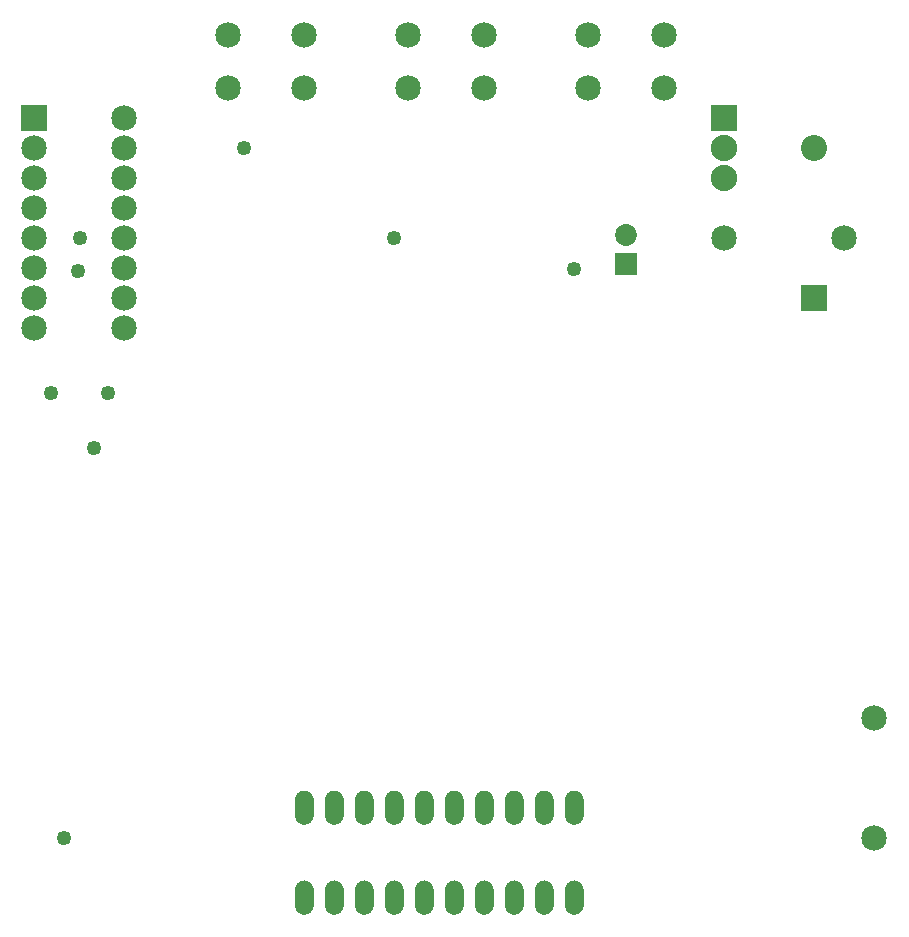
<source format=gbs>
G04 MADE WITH FRITZING*
G04 WWW.FRITZING.ORG*
G04 DOUBLE SIDED*
G04 HOLES PLATED*
G04 CONTOUR ON CENTER OF CONTOUR VECTOR*
%ASAXBY*%
%FSLAX23Y23*%
%MOIN*%
%OFA0B0*%
%SFA1.0B1.0*%
%ADD10C,0.072992*%
%ADD11C,0.085000*%
%ADD12C,0.087222*%
%ADD13C,0.088000*%
%ADD14C,0.062000*%
%ADD15C,0.049370*%
%ADD16R,0.072992X0.072992*%
%ADD17R,0.085000X0.085000*%
%ADD18R,0.087222X0.087222*%
%ADD19R,0.088000X0.088000*%
%ADD20R,0.001000X0.001000*%
%LNMASK0*%
G90*
G70*
G54D10*
X2193Y2262D03*
X2193Y2361D03*
G54D11*
X2522Y2350D03*
X2922Y2350D03*
X222Y2750D03*
X522Y2750D03*
X222Y2650D03*
X522Y2650D03*
X222Y2550D03*
X522Y2550D03*
X222Y2450D03*
X522Y2450D03*
X222Y2350D03*
X522Y2350D03*
X222Y2250D03*
X522Y2250D03*
X222Y2150D03*
X522Y2150D03*
X222Y2050D03*
X522Y2050D03*
G54D12*
X2822Y2650D03*
X2822Y2150D03*
X2822Y2650D03*
X2822Y2150D03*
G54D13*
X2522Y2750D03*
X2522Y2650D03*
X2522Y2550D03*
G54D14*
X1122Y150D03*
X1222Y150D03*
X1722Y150D03*
X1822Y150D03*
X1322Y150D03*
X1422Y150D03*
X1622Y150D03*
X1522Y150D03*
X1922Y150D03*
X2022Y150D03*
X2022Y450D03*
X1922Y450D03*
X1822Y450D03*
X1722Y450D03*
X1622Y450D03*
X1522Y450D03*
X1422Y450D03*
X1322Y450D03*
X1222Y450D03*
X1122Y450D03*
G54D11*
X1122Y2850D03*
X866Y2850D03*
X1122Y3027D03*
X866Y3027D03*
X1722Y2850D03*
X1466Y2850D03*
X1722Y3027D03*
X1466Y3027D03*
X2322Y2850D03*
X2066Y2850D03*
X2322Y3027D03*
X2066Y3027D03*
G54D15*
X1421Y2349D03*
X2021Y2248D03*
X922Y2650D03*
G54D11*
X3022Y350D03*
X3022Y750D03*
G54D15*
X322Y350D03*
X421Y1649D03*
X374Y2351D03*
X366Y2241D03*
X469Y1835D03*
X279Y1835D03*
G54D16*
X2193Y2262D03*
G54D17*
X222Y2750D03*
G54D18*
X2822Y2150D03*
X2822Y2150D03*
G54D19*
X2522Y2750D03*
G54D20*
X2021Y508D02*
X2021Y508D01*
X1115Y507D02*
X1128Y507D01*
X1215Y507D02*
X1228Y507D01*
X1315Y507D02*
X1328Y507D01*
X1414Y507D02*
X1428Y507D01*
X1514Y507D02*
X1528Y507D01*
X1614Y507D02*
X1628Y507D01*
X1714Y507D02*
X1728Y507D01*
X1814Y507D02*
X1828Y507D01*
X1914Y507D02*
X1928Y507D01*
X2014Y507D02*
X2028Y507D01*
X1111Y506D02*
X1132Y506D01*
X1211Y506D02*
X1232Y506D01*
X1311Y506D02*
X1332Y506D01*
X1411Y506D02*
X1432Y506D01*
X1511Y506D02*
X1532Y506D01*
X1611Y506D02*
X1632Y506D01*
X1711Y506D02*
X1732Y506D01*
X1811Y506D02*
X1832Y506D01*
X1911Y506D02*
X1931Y506D01*
X2011Y506D02*
X2031Y506D01*
X1109Y505D02*
X1134Y505D01*
X1209Y505D02*
X1234Y505D01*
X1309Y505D02*
X1334Y505D01*
X1409Y505D02*
X1434Y505D01*
X1509Y505D02*
X1534Y505D01*
X1609Y505D02*
X1634Y505D01*
X1709Y505D02*
X1734Y505D01*
X1809Y505D02*
X1834Y505D01*
X1909Y505D02*
X1934Y505D01*
X2009Y505D02*
X2034Y505D01*
X1107Y504D02*
X1136Y504D01*
X1207Y504D02*
X1236Y504D01*
X1307Y504D02*
X1336Y504D01*
X1407Y504D02*
X1436Y504D01*
X1507Y504D02*
X1536Y504D01*
X1607Y504D02*
X1636Y504D01*
X1707Y504D02*
X1736Y504D01*
X1807Y504D02*
X1836Y504D01*
X1907Y504D02*
X1936Y504D01*
X2007Y504D02*
X2036Y504D01*
X1105Y503D02*
X1138Y503D01*
X1205Y503D02*
X1238Y503D01*
X1305Y503D02*
X1338Y503D01*
X1405Y503D02*
X1438Y503D01*
X1505Y503D02*
X1538Y503D01*
X1605Y503D02*
X1638Y503D01*
X1705Y503D02*
X1738Y503D01*
X1805Y503D02*
X1838Y503D01*
X1905Y503D02*
X1938Y503D01*
X2005Y503D02*
X2038Y503D01*
X1104Y502D02*
X1139Y502D01*
X1204Y502D02*
X1239Y502D01*
X1304Y502D02*
X1339Y502D01*
X1404Y502D02*
X1439Y502D01*
X1504Y502D02*
X1539Y502D01*
X1604Y502D02*
X1639Y502D01*
X1704Y502D02*
X1739Y502D01*
X1804Y502D02*
X1839Y502D01*
X1904Y502D02*
X1939Y502D01*
X2004Y502D02*
X2039Y502D01*
X1102Y501D02*
X1141Y501D01*
X1202Y501D02*
X1241Y501D01*
X1302Y501D02*
X1341Y501D01*
X1402Y501D02*
X1441Y501D01*
X1502Y501D02*
X1541Y501D01*
X1602Y501D02*
X1640Y501D01*
X1702Y501D02*
X1740Y501D01*
X1802Y501D02*
X1840Y501D01*
X1902Y501D02*
X1940Y501D01*
X2002Y501D02*
X2040Y501D01*
X1101Y500D02*
X1142Y500D01*
X1201Y500D02*
X1242Y500D01*
X1301Y500D02*
X1342Y500D01*
X1401Y500D02*
X1442Y500D01*
X1501Y500D02*
X1542Y500D01*
X1601Y500D02*
X1642Y500D01*
X1701Y500D02*
X1742Y500D01*
X1801Y500D02*
X1842Y500D01*
X1901Y500D02*
X1942Y500D01*
X2001Y500D02*
X2042Y500D01*
X1100Y499D02*
X1143Y499D01*
X1200Y499D02*
X1243Y499D01*
X1300Y499D02*
X1343Y499D01*
X1400Y499D02*
X1443Y499D01*
X1500Y499D02*
X1543Y499D01*
X1600Y499D02*
X1643Y499D01*
X1700Y499D02*
X1743Y499D01*
X1800Y499D02*
X1843Y499D01*
X1900Y499D02*
X1943Y499D01*
X2000Y499D02*
X2043Y499D01*
X1099Y498D02*
X1144Y498D01*
X1199Y498D02*
X1244Y498D01*
X1299Y498D02*
X1344Y498D01*
X1399Y498D02*
X1444Y498D01*
X1499Y498D02*
X1544Y498D01*
X1599Y498D02*
X1644Y498D01*
X1699Y498D02*
X1744Y498D01*
X1799Y498D02*
X1844Y498D01*
X1899Y498D02*
X1944Y498D01*
X1999Y498D02*
X2044Y498D01*
X1098Y497D02*
X1145Y497D01*
X1198Y497D02*
X1245Y497D01*
X1298Y497D02*
X1345Y497D01*
X1398Y497D02*
X1445Y497D01*
X1498Y497D02*
X1545Y497D01*
X1598Y497D02*
X1645Y497D01*
X1698Y497D02*
X1745Y497D01*
X1798Y497D02*
X1845Y497D01*
X1898Y497D02*
X1945Y497D01*
X1998Y497D02*
X2044Y497D01*
X1098Y496D02*
X1145Y496D01*
X1198Y496D02*
X1245Y496D01*
X1298Y496D02*
X1345Y496D01*
X1398Y496D02*
X1445Y496D01*
X1497Y496D02*
X1545Y496D01*
X1597Y496D02*
X1645Y496D01*
X1697Y496D02*
X1745Y496D01*
X1797Y496D02*
X1845Y496D01*
X1897Y496D02*
X1945Y496D01*
X1997Y496D02*
X2045Y496D01*
X1097Y495D02*
X1146Y495D01*
X1197Y495D02*
X1246Y495D01*
X1297Y495D02*
X1346Y495D01*
X1397Y495D02*
X1446Y495D01*
X1497Y495D02*
X1546Y495D01*
X1597Y495D02*
X1646Y495D01*
X1697Y495D02*
X1746Y495D01*
X1797Y495D02*
X1846Y495D01*
X1897Y495D02*
X1946Y495D01*
X1997Y495D02*
X2046Y495D01*
X1096Y494D02*
X1147Y494D01*
X1196Y494D02*
X1247Y494D01*
X1296Y494D02*
X1347Y494D01*
X1396Y494D02*
X1447Y494D01*
X1496Y494D02*
X1547Y494D01*
X1596Y494D02*
X1647Y494D01*
X1696Y494D02*
X1747Y494D01*
X1796Y494D02*
X1847Y494D01*
X1896Y494D02*
X1947Y494D01*
X1996Y494D02*
X2047Y494D01*
X1096Y493D02*
X1147Y493D01*
X1196Y493D02*
X1247Y493D01*
X1296Y493D02*
X1347Y493D01*
X1395Y493D02*
X1447Y493D01*
X1495Y493D02*
X1547Y493D01*
X1595Y493D02*
X1647Y493D01*
X1695Y493D02*
X1747Y493D01*
X1795Y493D02*
X1847Y493D01*
X1895Y493D02*
X1947Y493D01*
X1995Y493D02*
X2047Y493D01*
X1095Y492D02*
X1148Y492D01*
X1195Y492D02*
X1248Y492D01*
X1295Y492D02*
X1348Y492D01*
X1395Y492D02*
X1448Y492D01*
X1495Y492D02*
X1548Y492D01*
X1595Y492D02*
X1648Y492D01*
X1695Y492D02*
X1748Y492D01*
X1795Y492D02*
X1848Y492D01*
X1895Y492D02*
X1948Y492D01*
X1995Y492D02*
X2048Y492D01*
X1094Y491D02*
X1149Y491D01*
X1194Y491D02*
X1249Y491D01*
X1294Y491D02*
X1349Y491D01*
X1394Y491D02*
X1448Y491D01*
X1494Y491D02*
X1548Y491D01*
X1594Y491D02*
X1648Y491D01*
X1694Y491D02*
X1748Y491D01*
X1794Y491D02*
X1848Y491D01*
X1894Y491D02*
X1948Y491D01*
X1994Y491D02*
X2048Y491D01*
X1094Y490D02*
X1149Y490D01*
X1194Y490D02*
X1249Y490D01*
X1294Y490D02*
X1349Y490D01*
X1394Y490D02*
X1449Y490D01*
X1494Y490D02*
X1549Y490D01*
X1594Y490D02*
X1649Y490D01*
X1694Y490D02*
X1749Y490D01*
X1794Y490D02*
X1849Y490D01*
X1894Y490D02*
X1949Y490D01*
X1994Y490D02*
X2049Y490D01*
X1094Y489D02*
X1149Y489D01*
X1193Y489D02*
X1249Y489D01*
X1293Y489D02*
X1349Y489D01*
X1393Y489D02*
X1449Y489D01*
X1493Y489D02*
X1549Y489D01*
X1593Y489D02*
X1649Y489D01*
X1693Y489D02*
X1749Y489D01*
X1793Y489D02*
X1849Y489D01*
X1893Y489D02*
X1949Y489D01*
X1993Y489D02*
X2049Y489D01*
X1093Y488D02*
X1150Y488D01*
X1193Y488D02*
X1250Y488D01*
X1293Y488D02*
X1350Y488D01*
X1393Y488D02*
X1450Y488D01*
X1493Y488D02*
X1550Y488D01*
X1593Y488D02*
X1650Y488D01*
X1693Y488D02*
X1750Y488D01*
X1793Y488D02*
X1850Y488D01*
X1893Y488D02*
X1950Y488D01*
X1993Y488D02*
X2050Y488D01*
X1093Y487D02*
X1150Y487D01*
X1193Y487D02*
X1250Y487D01*
X1293Y487D02*
X1350Y487D01*
X1393Y487D02*
X1450Y487D01*
X1493Y487D02*
X1550Y487D01*
X1593Y487D02*
X1650Y487D01*
X1693Y487D02*
X1750Y487D01*
X1793Y487D02*
X1850Y487D01*
X1893Y487D02*
X1950Y487D01*
X1993Y487D02*
X2050Y487D01*
X1092Y486D02*
X1151Y486D01*
X1192Y486D02*
X1251Y486D01*
X1292Y486D02*
X1351Y486D01*
X1392Y486D02*
X1451Y486D01*
X1492Y486D02*
X1550Y486D01*
X1592Y486D02*
X1650Y486D01*
X1692Y486D02*
X1750Y486D01*
X1792Y486D02*
X1850Y486D01*
X1892Y486D02*
X1950Y486D01*
X1992Y486D02*
X2050Y486D01*
X1092Y485D02*
X1151Y485D01*
X1192Y485D02*
X1251Y485D01*
X1292Y485D02*
X1351Y485D01*
X1392Y485D02*
X1451Y485D01*
X1492Y485D02*
X1551Y485D01*
X1592Y485D02*
X1651Y485D01*
X1692Y485D02*
X1751Y485D01*
X1792Y485D02*
X1851Y485D01*
X1892Y485D02*
X1951Y485D01*
X1992Y485D02*
X2051Y485D01*
X1092Y484D02*
X1151Y484D01*
X1192Y484D02*
X1251Y484D01*
X1292Y484D02*
X1351Y484D01*
X1392Y484D02*
X1451Y484D01*
X1492Y484D02*
X1551Y484D01*
X1592Y484D02*
X1651Y484D01*
X1692Y484D02*
X1751Y484D01*
X1792Y484D02*
X1851Y484D01*
X1892Y484D02*
X1951Y484D01*
X1992Y484D02*
X2051Y484D01*
X1092Y483D02*
X1151Y483D01*
X1192Y483D02*
X1251Y483D01*
X1292Y483D02*
X1351Y483D01*
X1392Y483D02*
X1451Y483D01*
X1492Y483D02*
X1551Y483D01*
X1592Y483D02*
X1651Y483D01*
X1692Y483D02*
X1751Y483D01*
X1792Y483D02*
X1851Y483D01*
X1891Y483D02*
X1951Y483D01*
X1991Y483D02*
X2051Y483D01*
X1091Y482D02*
X1152Y482D01*
X1191Y482D02*
X1252Y482D01*
X1291Y482D02*
X1351Y482D01*
X1391Y482D02*
X1451Y482D01*
X1491Y482D02*
X1551Y482D01*
X1591Y482D02*
X1651Y482D01*
X1691Y482D02*
X1751Y482D01*
X1791Y482D02*
X1851Y482D01*
X1891Y482D02*
X1951Y482D01*
X1991Y482D02*
X2051Y482D01*
X1091Y481D02*
X1152Y481D01*
X1191Y481D02*
X1252Y481D01*
X1291Y481D02*
X1352Y481D01*
X1391Y481D02*
X1452Y481D01*
X1491Y481D02*
X1552Y481D01*
X1591Y481D02*
X1652Y481D01*
X1691Y481D02*
X1752Y481D01*
X1791Y481D02*
X1852Y481D01*
X1891Y481D02*
X1952Y481D01*
X1991Y481D02*
X2052Y481D01*
X1091Y480D02*
X1152Y480D01*
X1191Y480D02*
X1252Y480D01*
X1291Y480D02*
X1352Y480D01*
X1391Y480D02*
X1452Y480D01*
X1491Y480D02*
X1552Y480D01*
X1591Y480D02*
X1652Y480D01*
X1691Y480D02*
X1752Y480D01*
X1791Y480D02*
X1852Y480D01*
X1891Y480D02*
X1952Y480D01*
X1991Y480D02*
X2052Y480D01*
X1091Y479D02*
X1152Y479D01*
X1191Y479D02*
X1252Y479D01*
X1291Y479D02*
X1352Y479D01*
X1391Y479D02*
X1452Y479D01*
X1491Y479D02*
X1552Y479D01*
X1591Y479D02*
X1652Y479D01*
X1691Y479D02*
X1752Y479D01*
X1791Y479D02*
X1852Y479D01*
X1891Y479D02*
X1952Y479D01*
X1991Y479D02*
X2052Y479D01*
X1091Y478D02*
X1152Y478D01*
X1191Y478D02*
X1252Y478D01*
X1291Y478D02*
X1352Y478D01*
X1391Y478D02*
X1452Y478D01*
X1491Y478D02*
X1552Y478D01*
X1591Y478D02*
X1652Y478D01*
X1691Y478D02*
X1752Y478D01*
X1791Y478D02*
X1852Y478D01*
X1891Y478D02*
X1952Y478D01*
X1991Y478D02*
X2052Y478D01*
X1091Y477D02*
X1152Y477D01*
X1191Y477D02*
X1252Y477D01*
X1291Y477D02*
X1352Y477D01*
X1391Y477D02*
X1452Y477D01*
X1491Y477D02*
X1552Y477D01*
X1591Y477D02*
X1652Y477D01*
X1691Y477D02*
X1752Y477D01*
X1791Y477D02*
X1852Y477D01*
X1891Y477D02*
X1952Y477D01*
X1991Y477D02*
X2052Y477D01*
X1091Y476D02*
X1152Y476D01*
X1191Y476D02*
X1252Y476D01*
X1291Y476D02*
X1352Y476D01*
X1391Y476D02*
X1452Y476D01*
X1491Y476D02*
X1552Y476D01*
X1591Y476D02*
X1652Y476D01*
X1691Y476D02*
X1752Y476D01*
X1791Y476D02*
X1852Y476D01*
X1891Y476D02*
X1952Y476D01*
X1991Y476D02*
X2052Y476D01*
X1091Y475D02*
X1152Y475D01*
X1191Y475D02*
X1252Y475D01*
X1291Y475D02*
X1352Y475D01*
X1391Y475D02*
X1452Y475D01*
X1491Y475D02*
X1552Y475D01*
X1591Y475D02*
X1652Y475D01*
X1691Y475D02*
X1752Y475D01*
X1791Y475D02*
X1852Y475D01*
X1891Y475D02*
X1952Y475D01*
X1991Y475D02*
X2052Y475D01*
X1091Y474D02*
X1152Y474D01*
X1191Y474D02*
X1252Y474D01*
X1291Y474D02*
X1352Y474D01*
X1391Y474D02*
X1452Y474D01*
X1491Y474D02*
X1552Y474D01*
X1591Y474D02*
X1652Y474D01*
X1691Y474D02*
X1752Y474D01*
X1791Y474D02*
X1852Y474D01*
X1891Y474D02*
X1952Y474D01*
X1991Y474D02*
X2052Y474D01*
X1091Y473D02*
X1152Y473D01*
X1191Y473D02*
X1252Y473D01*
X1291Y473D02*
X1352Y473D01*
X1391Y473D02*
X1452Y473D01*
X1491Y473D02*
X1552Y473D01*
X1591Y473D02*
X1652Y473D01*
X1691Y473D02*
X1752Y473D01*
X1791Y473D02*
X1852Y473D01*
X1891Y473D02*
X1952Y473D01*
X1991Y473D02*
X2052Y473D01*
X1091Y472D02*
X1152Y472D01*
X1191Y472D02*
X1252Y472D01*
X1291Y472D02*
X1352Y472D01*
X1391Y472D02*
X1452Y472D01*
X1491Y472D02*
X1552Y472D01*
X1591Y472D02*
X1652Y472D01*
X1691Y472D02*
X1752Y472D01*
X1791Y472D02*
X1852Y472D01*
X1891Y472D02*
X1952Y472D01*
X1991Y472D02*
X2052Y472D01*
X1091Y471D02*
X1152Y471D01*
X1191Y471D02*
X1252Y471D01*
X1291Y471D02*
X1352Y471D01*
X1391Y471D02*
X1452Y471D01*
X1491Y471D02*
X1552Y471D01*
X1591Y471D02*
X1652Y471D01*
X1691Y471D02*
X1752Y471D01*
X1791Y471D02*
X1852Y471D01*
X1891Y471D02*
X1952Y471D01*
X1991Y471D02*
X2052Y471D01*
X1091Y470D02*
X1152Y470D01*
X1191Y470D02*
X1252Y470D01*
X1291Y470D02*
X1352Y470D01*
X1391Y470D02*
X1452Y470D01*
X1491Y470D02*
X1552Y470D01*
X1591Y470D02*
X1652Y470D01*
X1691Y470D02*
X1752Y470D01*
X1791Y470D02*
X1852Y470D01*
X1891Y470D02*
X1952Y470D01*
X1991Y470D02*
X2052Y470D01*
X1091Y469D02*
X1152Y469D01*
X1191Y469D02*
X1252Y469D01*
X1291Y469D02*
X1352Y469D01*
X1391Y469D02*
X1452Y469D01*
X1491Y469D02*
X1552Y469D01*
X1591Y469D02*
X1652Y469D01*
X1691Y469D02*
X1752Y469D01*
X1791Y469D02*
X1852Y469D01*
X1891Y469D02*
X1952Y469D01*
X1991Y469D02*
X2052Y469D01*
X1091Y468D02*
X1152Y468D01*
X1191Y468D02*
X1252Y468D01*
X1291Y468D02*
X1352Y468D01*
X1391Y468D02*
X1452Y468D01*
X1491Y468D02*
X1552Y468D01*
X1591Y468D02*
X1652Y468D01*
X1691Y468D02*
X1752Y468D01*
X1791Y468D02*
X1852Y468D01*
X1891Y468D02*
X1952Y468D01*
X1991Y468D02*
X2052Y468D01*
X1091Y467D02*
X1152Y467D01*
X1191Y467D02*
X1252Y467D01*
X1291Y467D02*
X1352Y467D01*
X1391Y467D02*
X1452Y467D01*
X1491Y467D02*
X1552Y467D01*
X1591Y467D02*
X1652Y467D01*
X1691Y467D02*
X1752Y467D01*
X1791Y467D02*
X1852Y467D01*
X1891Y467D02*
X1952Y467D01*
X1991Y467D02*
X2052Y467D01*
X1091Y466D02*
X1152Y466D01*
X1191Y466D02*
X1252Y466D01*
X1291Y466D02*
X1352Y466D01*
X1391Y466D02*
X1452Y466D01*
X1491Y466D02*
X1552Y466D01*
X1591Y466D02*
X1652Y466D01*
X1691Y466D02*
X1752Y466D01*
X1791Y466D02*
X1852Y466D01*
X1891Y466D02*
X1952Y466D01*
X1991Y466D02*
X2052Y466D01*
X1091Y465D02*
X1152Y465D01*
X1191Y465D02*
X1252Y465D01*
X1291Y465D02*
X1352Y465D01*
X1391Y465D02*
X1452Y465D01*
X1491Y465D02*
X1552Y465D01*
X1591Y465D02*
X1652Y465D01*
X1691Y465D02*
X1752Y465D01*
X1791Y465D02*
X1852Y465D01*
X1891Y465D02*
X1952Y465D01*
X1991Y465D02*
X2052Y465D01*
X1091Y464D02*
X1152Y464D01*
X1191Y464D02*
X1252Y464D01*
X1291Y464D02*
X1352Y464D01*
X1391Y464D02*
X1452Y464D01*
X1491Y464D02*
X1552Y464D01*
X1591Y464D02*
X1652Y464D01*
X1691Y464D02*
X1752Y464D01*
X1791Y464D02*
X1852Y464D01*
X1891Y464D02*
X1952Y464D01*
X1991Y464D02*
X2052Y464D01*
X1091Y463D02*
X1152Y463D01*
X1191Y463D02*
X1252Y463D01*
X1291Y463D02*
X1352Y463D01*
X1391Y463D02*
X1452Y463D01*
X1491Y463D02*
X1552Y463D01*
X1591Y463D02*
X1652Y463D01*
X1691Y463D02*
X1752Y463D01*
X1791Y463D02*
X1852Y463D01*
X1891Y463D02*
X1952Y463D01*
X1991Y463D02*
X2052Y463D01*
X1091Y462D02*
X1152Y462D01*
X1191Y462D02*
X1252Y462D01*
X1291Y462D02*
X1352Y462D01*
X1391Y462D02*
X1452Y462D01*
X1491Y462D02*
X1552Y462D01*
X1591Y462D02*
X1652Y462D01*
X1691Y462D02*
X1752Y462D01*
X1791Y462D02*
X1852Y462D01*
X1891Y462D02*
X1952Y462D01*
X1991Y462D02*
X2052Y462D01*
X1091Y461D02*
X1116Y461D01*
X1127Y461D02*
X1152Y461D01*
X1191Y461D02*
X1216Y461D01*
X1227Y461D02*
X1252Y461D01*
X1291Y461D02*
X1316Y461D01*
X1327Y461D02*
X1352Y461D01*
X1391Y461D02*
X1416Y461D01*
X1427Y461D02*
X1452Y461D01*
X1491Y461D02*
X1516Y461D01*
X1527Y461D02*
X1552Y461D01*
X1591Y461D02*
X1616Y461D01*
X1627Y461D02*
X1652Y461D01*
X1691Y461D02*
X1716Y461D01*
X1727Y461D02*
X1752Y461D01*
X1791Y461D02*
X1816Y461D01*
X1827Y461D02*
X1852Y461D01*
X1891Y461D02*
X1916Y461D01*
X1927Y461D02*
X1952Y461D01*
X1991Y461D02*
X2016Y461D01*
X2027Y461D02*
X2052Y461D01*
X1091Y460D02*
X1115Y460D01*
X1128Y460D02*
X1152Y460D01*
X1191Y460D02*
X1215Y460D01*
X1228Y460D02*
X1252Y460D01*
X1291Y460D02*
X1315Y460D01*
X1328Y460D02*
X1352Y460D01*
X1391Y460D02*
X1415Y460D01*
X1428Y460D02*
X1452Y460D01*
X1491Y460D02*
X1515Y460D01*
X1528Y460D02*
X1552Y460D01*
X1591Y460D02*
X1615Y460D01*
X1628Y460D02*
X1652Y460D01*
X1691Y460D02*
X1715Y460D01*
X1728Y460D02*
X1752Y460D01*
X1791Y460D02*
X1815Y460D01*
X1828Y460D02*
X1852Y460D01*
X1891Y460D02*
X1914Y460D01*
X1928Y460D02*
X1952Y460D01*
X1991Y460D02*
X2014Y460D01*
X2028Y460D02*
X2052Y460D01*
X1091Y459D02*
X1113Y459D01*
X1130Y459D02*
X1152Y459D01*
X1191Y459D02*
X1213Y459D01*
X1230Y459D02*
X1252Y459D01*
X1291Y459D02*
X1313Y459D01*
X1329Y459D02*
X1352Y459D01*
X1391Y459D02*
X1413Y459D01*
X1429Y459D02*
X1452Y459D01*
X1491Y459D02*
X1513Y459D01*
X1529Y459D02*
X1552Y459D01*
X1591Y459D02*
X1613Y459D01*
X1629Y459D02*
X1652Y459D01*
X1691Y459D02*
X1713Y459D01*
X1729Y459D02*
X1752Y459D01*
X1791Y459D02*
X1813Y459D01*
X1829Y459D02*
X1852Y459D01*
X1891Y459D02*
X1913Y459D01*
X1929Y459D02*
X1952Y459D01*
X1991Y459D02*
X2013Y459D01*
X2029Y459D02*
X2052Y459D01*
X1091Y458D02*
X1113Y458D01*
X1130Y458D02*
X1152Y458D01*
X1191Y458D02*
X1213Y458D01*
X1230Y458D02*
X1252Y458D01*
X1291Y458D02*
X1313Y458D01*
X1330Y458D02*
X1352Y458D01*
X1391Y458D02*
X1412Y458D01*
X1430Y458D02*
X1452Y458D01*
X1491Y458D02*
X1512Y458D01*
X1530Y458D02*
X1552Y458D01*
X1591Y458D02*
X1612Y458D01*
X1630Y458D02*
X1652Y458D01*
X1691Y458D02*
X1712Y458D01*
X1730Y458D02*
X1752Y458D01*
X1791Y458D02*
X1812Y458D01*
X1830Y458D02*
X1852Y458D01*
X1891Y458D02*
X1912Y458D01*
X1930Y458D02*
X1952Y458D01*
X1991Y458D02*
X2012Y458D01*
X2030Y458D02*
X2052Y458D01*
X1091Y457D02*
X1112Y457D01*
X1131Y457D02*
X1152Y457D01*
X1191Y457D02*
X1212Y457D01*
X1231Y457D02*
X1252Y457D01*
X1291Y457D02*
X1312Y457D01*
X1331Y457D02*
X1352Y457D01*
X1391Y457D02*
X1412Y457D01*
X1431Y457D02*
X1452Y457D01*
X1491Y457D02*
X1512Y457D01*
X1531Y457D02*
X1552Y457D01*
X1591Y457D02*
X1612Y457D01*
X1631Y457D02*
X1652Y457D01*
X1691Y457D02*
X1712Y457D01*
X1731Y457D02*
X1752Y457D01*
X1791Y457D02*
X1812Y457D01*
X1831Y457D02*
X1852Y457D01*
X1891Y457D02*
X1912Y457D01*
X1931Y457D02*
X1952Y457D01*
X1991Y457D02*
X2012Y457D01*
X2031Y457D02*
X2052Y457D01*
X1091Y456D02*
X1111Y456D01*
X1132Y456D02*
X1152Y456D01*
X1191Y456D02*
X1211Y456D01*
X1232Y456D02*
X1252Y456D01*
X1291Y456D02*
X1311Y456D01*
X1332Y456D02*
X1352Y456D01*
X1391Y456D02*
X1411Y456D01*
X1432Y456D02*
X1452Y456D01*
X1491Y456D02*
X1511Y456D01*
X1532Y456D02*
X1552Y456D01*
X1591Y456D02*
X1611Y456D01*
X1632Y456D02*
X1652Y456D01*
X1691Y456D02*
X1711Y456D01*
X1732Y456D02*
X1752Y456D01*
X1791Y456D02*
X1811Y456D01*
X1832Y456D02*
X1852Y456D01*
X1891Y456D02*
X1911Y456D01*
X1932Y456D02*
X1952Y456D01*
X1991Y456D02*
X2011Y456D01*
X2032Y456D02*
X2052Y456D01*
X1091Y455D02*
X1111Y455D01*
X1132Y455D02*
X1152Y455D01*
X1191Y455D02*
X1211Y455D01*
X1232Y455D02*
X1252Y455D01*
X1291Y455D02*
X1311Y455D01*
X1332Y455D02*
X1352Y455D01*
X1391Y455D02*
X1411Y455D01*
X1432Y455D02*
X1452Y455D01*
X1491Y455D02*
X1511Y455D01*
X1532Y455D02*
X1552Y455D01*
X1591Y455D02*
X1611Y455D01*
X1632Y455D02*
X1652Y455D01*
X1691Y455D02*
X1711Y455D01*
X1732Y455D02*
X1752Y455D01*
X1791Y455D02*
X1811Y455D01*
X1832Y455D02*
X1852Y455D01*
X1891Y455D02*
X1911Y455D01*
X1932Y455D02*
X1952Y455D01*
X1991Y455D02*
X2011Y455D01*
X2032Y455D02*
X2052Y455D01*
X1091Y454D02*
X1110Y454D01*
X1133Y454D02*
X1152Y454D01*
X1191Y454D02*
X1210Y454D01*
X1233Y454D02*
X1252Y454D01*
X1291Y454D02*
X1310Y454D01*
X1333Y454D02*
X1352Y454D01*
X1391Y454D02*
X1410Y454D01*
X1433Y454D02*
X1452Y454D01*
X1491Y454D02*
X1510Y454D01*
X1533Y454D02*
X1552Y454D01*
X1591Y454D02*
X1610Y454D01*
X1633Y454D02*
X1652Y454D01*
X1691Y454D02*
X1710Y454D01*
X1732Y454D02*
X1752Y454D01*
X1791Y454D02*
X1810Y454D01*
X1832Y454D02*
X1852Y454D01*
X1891Y454D02*
X1910Y454D01*
X1932Y454D02*
X1952Y454D01*
X1991Y454D02*
X2010Y454D01*
X2032Y454D02*
X2052Y454D01*
X1091Y453D02*
X1110Y453D01*
X1133Y453D02*
X1152Y453D01*
X1191Y453D02*
X1210Y453D01*
X1233Y453D02*
X1252Y453D01*
X1291Y453D02*
X1310Y453D01*
X1333Y453D02*
X1352Y453D01*
X1391Y453D02*
X1410Y453D01*
X1433Y453D02*
X1452Y453D01*
X1491Y453D02*
X1510Y453D01*
X1533Y453D02*
X1552Y453D01*
X1591Y453D02*
X1610Y453D01*
X1633Y453D02*
X1652Y453D01*
X1691Y453D02*
X1710Y453D01*
X1733Y453D02*
X1752Y453D01*
X1791Y453D02*
X1810Y453D01*
X1833Y453D02*
X1852Y453D01*
X1891Y453D02*
X1910Y453D01*
X1933Y453D02*
X1952Y453D01*
X1991Y453D02*
X2010Y453D01*
X2033Y453D02*
X2052Y453D01*
X1091Y452D02*
X1110Y452D01*
X1133Y452D02*
X1152Y452D01*
X1191Y452D02*
X1210Y452D01*
X1233Y452D02*
X1252Y452D01*
X1291Y452D02*
X1310Y452D01*
X1333Y452D02*
X1352Y452D01*
X1391Y452D02*
X1410Y452D01*
X1433Y452D02*
X1452Y452D01*
X1491Y452D02*
X1510Y452D01*
X1533Y452D02*
X1552Y452D01*
X1591Y452D02*
X1610Y452D01*
X1633Y452D02*
X1652Y452D01*
X1691Y452D02*
X1710Y452D01*
X1733Y452D02*
X1752Y452D01*
X1791Y452D02*
X1810Y452D01*
X1833Y452D02*
X1852Y452D01*
X1891Y452D02*
X1910Y452D01*
X1933Y452D02*
X1952Y452D01*
X1991Y452D02*
X2010Y452D01*
X2033Y452D02*
X2052Y452D01*
X1091Y451D02*
X1110Y451D01*
X1133Y451D02*
X1152Y451D01*
X1191Y451D02*
X1210Y451D01*
X1233Y451D02*
X1252Y451D01*
X1291Y451D02*
X1310Y451D01*
X1333Y451D02*
X1352Y451D01*
X1391Y451D02*
X1410Y451D01*
X1433Y451D02*
X1452Y451D01*
X1491Y451D02*
X1510Y451D01*
X1533Y451D02*
X1552Y451D01*
X1591Y451D02*
X1610Y451D01*
X1633Y451D02*
X1652Y451D01*
X1691Y451D02*
X1710Y451D01*
X1733Y451D02*
X1752Y451D01*
X1791Y451D02*
X1810Y451D01*
X1833Y451D02*
X1852Y451D01*
X1891Y451D02*
X1910Y451D01*
X1933Y451D02*
X1952Y451D01*
X1991Y451D02*
X2010Y451D01*
X2033Y451D02*
X2052Y451D01*
X1091Y450D02*
X1110Y450D01*
X1133Y450D02*
X1152Y450D01*
X1191Y450D02*
X1210Y450D01*
X1233Y450D02*
X1252Y450D01*
X1291Y450D02*
X1310Y450D01*
X1333Y450D02*
X1352Y450D01*
X1391Y450D02*
X1410Y450D01*
X1433Y450D02*
X1452Y450D01*
X1491Y450D02*
X1510Y450D01*
X1533Y450D02*
X1552Y450D01*
X1591Y450D02*
X1610Y450D01*
X1633Y450D02*
X1652Y450D01*
X1691Y450D02*
X1710Y450D01*
X1733Y450D02*
X1752Y450D01*
X1791Y450D02*
X1810Y450D01*
X1833Y450D02*
X1852Y450D01*
X1891Y450D02*
X1910Y450D01*
X1933Y450D02*
X1952Y450D01*
X1991Y450D02*
X2010Y450D01*
X2033Y450D02*
X2052Y450D01*
X1091Y449D02*
X1110Y449D01*
X1133Y449D02*
X1152Y449D01*
X1191Y449D02*
X1210Y449D01*
X1233Y449D02*
X1252Y449D01*
X1291Y449D02*
X1310Y449D01*
X1333Y449D02*
X1352Y449D01*
X1391Y449D02*
X1410Y449D01*
X1433Y449D02*
X1452Y449D01*
X1491Y449D02*
X1510Y449D01*
X1533Y449D02*
X1552Y449D01*
X1591Y449D02*
X1610Y449D01*
X1633Y449D02*
X1652Y449D01*
X1691Y449D02*
X1710Y449D01*
X1733Y449D02*
X1752Y449D01*
X1791Y449D02*
X1810Y449D01*
X1833Y449D02*
X1852Y449D01*
X1891Y449D02*
X1910Y449D01*
X1933Y449D02*
X1952Y449D01*
X1991Y449D02*
X2010Y449D01*
X2033Y449D02*
X2052Y449D01*
X1091Y448D02*
X1110Y448D01*
X1133Y448D02*
X1152Y448D01*
X1191Y448D02*
X1210Y448D01*
X1233Y448D02*
X1252Y448D01*
X1291Y448D02*
X1310Y448D01*
X1333Y448D02*
X1352Y448D01*
X1391Y448D02*
X1410Y448D01*
X1433Y448D02*
X1452Y448D01*
X1491Y448D02*
X1510Y448D01*
X1533Y448D02*
X1552Y448D01*
X1591Y448D02*
X1610Y448D01*
X1633Y448D02*
X1652Y448D01*
X1691Y448D02*
X1710Y448D01*
X1732Y448D02*
X1752Y448D01*
X1791Y448D02*
X1810Y448D01*
X1832Y448D02*
X1852Y448D01*
X1891Y448D02*
X1910Y448D01*
X1932Y448D02*
X1952Y448D01*
X1991Y448D02*
X2010Y448D01*
X2032Y448D02*
X2052Y448D01*
X1091Y447D02*
X1111Y447D01*
X1132Y447D02*
X1152Y447D01*
X1191Y447D02*
X1211Y447D01*
X1232Y447D02*
X1252Y447D01*
X1291Y447D02*
X1311Y447D01*
X1332Y447D02*
X1352Y447D01*
X1391Y447D02*
X1411Y447D01*
X1432Y447D02*
X1452Y447D01*
X1491Y447D02*
X1511Y447D01*
X1532Y447D02*
X1552Y447D01*
X1591Y447D02*
X1611Y447D01*
X1632Y447D02*
X1652Y447D01*
X1691Y447D02*
X1711Y447D01*
X1732Y447D02*
X1752Y447D01*
X1791Y447D02*
X1811Y447D01*
X1832Y447D02*
X1852Y447D01*
X1891Y447D02*
X1911Y447D01*
X1932Y447D02*
X1952Y447D01*
X1991Y447D02*
X2011Y447D01*
X2032Y447D02*
X2052Y447D01*
X1091Y446D02*
X1111Y446D01*
X1132Y446D02*
X1152Y446D01*
X1191Y446D02*
X1211Y446D01*
X1232Y446D02*
X1252Y446D01*
X1291Y446D02*
X1311Y446D01*
X1332Y446D02*
X1352Y446D01*
X1391Y446D02*
X1411Y446D01*
X1432Y446D02*
X1452Y446D01*
X1491Y446D02*
X1511Y446D01*
X1532Y446D02*
X1552Y446D01*
X1591Y446D02*
X1611Y446D01*
X1632Y446D02*
X1652Y446D01*
X1691Y446D02*
X1711Y446D01*
X1732Y446D02*
X1752Y446D01*
X1791Y446D02*
X1811Y446D01*
X1832Y446D02*
X1852Y446D01*
X1891Y446D02*
X1911Y446D01*
X1932Y446D02*
X1952Y446D01*
X1991Y446D02*
X2011Y446D01*
X2032Y446D02*
X2052Y446D01*
X1091Y445D02*
X1112Y445D01*
X1131Y445D02*
X1152Y445D01*
X1191Y445D02*
X1212Y445D01*
X1231Y445D02*
X1252Y445D01*
X1291Y445D02*
X1312Y445D01*
X1331Y445D02*
X1352Y445D01*
X1391Y445D02*
X1412Y445D01*
X1431Y445D02*
X1452Y445D01*
X1491Y445D02*
X1512Y445D01*
X1531Y445D02*
X1552Y445D01*
X1591Y445D02*
X1612Y445D01*
X1631Y445D02*
X1652Y445D01*
X1691Y445D02*
X1712Y445D01*
X1731Y445D02*
X1752Y445D01*
X1791Y445D02*
X1812Y445D01*
X1831Y445D02*
X1852Y445D01*
X1891Y445D02*
X1912Y445D01*
X1931Y445D02*
X1952Y445D01*
X1991Y445D02*
X2012Y445D01*
X2031Y445D02*
X2052Y445D01*
X1091Y444D02*
X1113Y444D01*
X1130Y444D02*
X1152Y444D01*
X1191Y444D02*
X1213Y444D01*
X1230Y444D02*
X1252Y444D01*
X1291Y444D02*
X1313Y444D01*
X1330Y444D02*
X1352Y444D01*
X1391Y444D02*
X1413Y444D01*
X1430Y444D02*
X1452Y444D01*
X1491Y444D02*
X1513Y444D01*
X1530Y444D02*
X1552Y444D01*
X1591Y444D02*
X1612Y444D01*
X1630Y444D02*
X1652Y444D01*
X1691Y444D02*
X1712Y444D01*
X1730Y444D02*
X1752Y444D01*
X1791Y444D02*
X1812Y444D01*
X1830Y444D02*
X1852Y444D01*
X1891Y444D02*
X1912Y444D01*
X1930Y444D02*
X1952Y444D01*
X1991Y444D02*
X2012Y444D01*
X2030Y444D02*
X2052Y444D01*
X1091Y443D02*
X1114Y443D01*
X1129Y443D02*
X1152Y443D01*
X1191Y443D02*
X1214Y443D01*
X1229Y443D02*
X1252Y443D01*
X1291Y443D02*
X1313Y443D01*
X1329Y443D02*
X1352Y443D01*
X1391Y443D02*
X1413Y443D01*
X1429Y443D02*
X1452Y443D01*
X1491Y443D02*
X1513Y443D01*
X1529Y443D02*
X1552Y443D01*
X1591Y443D02*
X1613Y443D01*
X1629Y443D02*
X1652Y443D01*
X1691Y443D02*
X1713Y443D01*
X1729Y443D02*
X1752Y443D01*
X1791Y443D02*
X1813Y443D01*
X1829Y443D02*
X1852Y443D01*
X1891Y443D02*
X1913Y443D01*
X1929Y443D02*
X1952Y443D01*
X1991Y443D02*
X2013Y443D01*
X2029Y443D02*
X2052Y443D01*
X1091Y442D02*
X1115Y442D01*
X1128Y442D02*
X1152Y442D01*
X1191Y442D02*
X1215Y442D01*
X1228Y442D02*
X1252Y442D01*
X1291Y442D02*
X1315Y442D01*
X1328Y442D02*
X1352Y442D01*
X1391Y442D02*
X1415Y442D01*
X1428Y442D02*
X1452Y442D01*
X1491Y442D02*
X1515Y442D01*
X1528Y442D02*
X1552Y442D01*
X1591Y442D02*
X1615Y442D01*
X1628Y442D02*
X1652Y442D01*
X1691Y442D02*
X1715Y442D01*
X1728Y442D02*
X1752Y442D01*
X1791Y442D02*
X1815Y442D01*
X1828Y442D02*
X1852Y442D01*
X1891Y442D02*
X1915Y442D01*
X1928Y442D02*
X1952Y442D01*
X1991Y442D02*
X2015Y442D01*
X2028Y442D02*
X2052Y442D01*
X1091Y441D02*
X1116Y441D01*
X1127Y441D02*
X1152Y441D01*
X1191Y441D02*
X1216Y441D01*
X1227Y441D02*
X1252Y441D01*
X1291Y441D02*
X1316Y441D01*
X1327Y441D02*
X1352Y441D01*
X1391Y441D02*
X1416Y441D01*
X1427Y441D02*
X1452Y441D01*
X1491Y441D02*
X1516Y441D01*
X1527Y441D02*
X1552Y441D01*
X1591Y441D02*
X1616Y441D01*
X1627Y441D02*
X1652Y441D01*
X1691Y441D02*
X1716Y441D01*
X1727Y441D02*
X1752Y441D01*
X1791Y441D02*
X1816Y441D01*
X1827Y441D02*
X1852Y441D01*
X1891Y441D02*
X1916Y441D01*
X1927Y441D02*
X1952Y441D01*
X1991Y441D02*
X2016Y441D01*
X2026Y441D02*
X2052Y441D01*
X1091Y440D02*
X1152Y440D01*
X1191Y440D02*
X1252Y440D01*
X1291Y440D02*
X1352Y440D01*
X1391Y440D02*
X1452Y440D01*
X1491Y440D02*
X1552Y440D01*
X1591Y440D02*
X1652Y440D01*
X1691Y440D02*
X1752Y440D01*
X1791Y440D02*
X1852Y440D01*
X1891Y440D02*
X1952Y440D01*
X1991Y440D02*
X2052Y440D01*
X1091Y439D02*
X1152Y439D01*
X1191Y439D02*
X1252Y439D01*
X1291Y439D02*
X1352Y439D01*
X1391Y439D02*
X1452Y439D01*
X1491Y439D02*
X1552Y439D01*
X1591Y439D02*
X1652Y439D01*
X1691Y439D02*
X1752Y439D01*
X1791Y439D02*
X1852Y439D01*
X1891Y439D02*
X1952Y439D01*
X1991Y439D02*
X2052Y439D01*
X1091Y438D02*
X1152Y438D01*
X1191Y438D02*
X1252Y438D01*
X1291Y438D02*
X1352Y438D01*
X1391Y438D02*
X1452Y438D01*
X1491Y438D02*
X1552Y438D01*
X1591Y438D02*
X1652Y438D01*
X1691Y438D02*
X1752Y438D01*
X1791Y438D02*
X1852Y438D01*
X1891Y438D02*
X1952Y438D01*
X1991Y438D02*
X2052Y438D01*
X1091Y437D02*
X1152Y437D01*
X1191Y437D02*
X1252Y437D01*
X1291Y437D02*
X1352Y437D01*
X1391Y437D02*
X1452Y437D01*
X1491Y437D02*
X1552Y437D01*
X1591Y437D02*
X1652Y437D01*
X1691Y437D02*
X1752Y437D01*
X1791Y437D02*
X1852Y437D01*
X1891Y437D02*
X1952Y437D01*
X1991Y437D02*
X2052Y437D01*
X1091Y436D02*
X1152Y436D01*
X1191Y436D02*
X1252Y436D01*
X1291Y436D02*
X1352Y436D01*
X1391Y436D02*
X1452Y436D01*
X1491Y436D02*
X1552Y436D01*
X1591Y436D02*
X1652Y436D01*
X1691Y436D02*
X1752Y436D01*
X1791Y436D02*
X1852Y436D01*
X1891Y436D02*
X1952Y436D01*
X1991Y436D02*
X2052Y436D01*
X1091Y435D02*
X1152Y435D01*
X1191Y435D02*
X1252Y435D01*
X1291Y435D02*
X1352Y435D01*
X1391Y435D02*
X1452Y435D01*
X1491Y435D02*
X1552Y435D01*
X1591Y435D02*
X1652Y435D01*
X1691Y435D02*
X1752Y435D01*
X1791Y435D02*
X1852Y435D01*
X1891Y435D02*
X1952Y435D01*
X1991Y435D02*
X2052Y435D01*
X1091Y434D02*
X1152Y434D01*
X1191Y434D02*
X1252Y434D01*
X1291Y434D02*
X1352Y434D01*
X1391Y434D02*
X1452Y434D01*
X1491Y434D02*
X1552Y434D01*
X1591Y434D02*
X1652Y434D01*
X1691Y434D02*
X1752Y434D01*
X1791Y434D02*
X1852Y434D01*
X1891Y434D02*
X1952Y434D01*
X1991Y434D02*
X2052Y434D01*
X1091Y433D02*
X1152Y433D01*
X1191Y433D02*
X1252Y433D01*
X1291Y433D02*
X1352Y433D01*
X1391Y433D02*
X1452Y433D01*
X1491Y433D02*
X1552Y433D01*
X1591Y433D02*
X1652Y433D01*
X1691Y433D02*
X1752Y433D01*
X1791Y433D02*
X1852Y433D01*
X1891Y433D02*
X1952Y433D01*
X1991Y433D02*
X2052Y433D01*
X1091Y432D02*
X1152Y432D01*
X1191Y432D02*
X1252Y432D01*
X1291Y432D02*
X1352Y432D01*
X1391Y432D02*
X1452Y432D01*
X1491Y432D02*
X1552Y432D01*
X1591Y432D02*
X1652Y432D01*
X1691Y432D02*
X1752Y432D01*
X1791Y432D02*
X1852Y432D01*
X1891Y432D02*
X1952Y432D01*
X1991Y432D02*
X2052Y432D01*
X1091Y431D02*
X1152Y431D01*
X1191Y431D02*
X1252Y431D01*
X1291Y431D02*
X1352Y431D01*
X1391Y431D02*
X1452Y431D01*
X1491Y431D02*
X1552Y431D01*
X1591Y431D02*
X1652Y431D01*
X1691Y431D02*
X1752Y431D01*
X1791Y431D02*
X1852Y431D01*
X1891Y431D02*
X1952Y431D01*
X1991Y431D02*
X2052Y431D01*
X1091Y430D02*
X1152Y430D01*
X1191Y430D02*
X1252Y430D01*
X1291Y430D02*
X1352Y430D01*
X1391Y430D02*
X1452Y430D01*
X1491Y430D02*
X1552Y430D01*
X1591Y430D02*
X1652Y430D01*
X1691Y430D02*
X1752Y430D01*
X1791Y430D02*
X1852Y430D01*
X1891Y430D02*
X1952Y430D01*
X1991Y430D02*
X2052Y430D01*
X1091Y429D02*
X1152Y429D01*
X1191Y429D02*
X1252Y429D01*
X1291Y429D02*
X1352Y429D01*
X1391Y429D02*
X1452Y429D01*
X1491Y429D02*
X1552Y429D01*
X1591Y429D02*
X1652Y429D01*
X1691Y429D02*
X1752Y429D01*
X1791Y429D02*
X1852Y429D01*
X1891Y429D02*
X1952Y429D01*
X1991Y429D02*
X2052Y429D01*
X1091Y428D02*
X1152Y428D01*
X1191Y428D02*
X1252Y428D01*
X1291Y428D02*
X1352Y428D01*
X1391Y428D02*
X1452Y428D01*
X1491Y428D02*
X1552Y428D01*
X1591Y428D02*
X1652Y428D01*
X1691Y428D02*
X1752Y428D01*
X1791Y428D02*
X1852Y428D01*
X1891Y428D02*
X1952Y428D01*
X1991Y428D02*
X2052Y428D01*
X1091Y427D02*
X1152Y427D01*
X1191Y427D02*
X1252Y427D01*
X1291Y427D02*
X1352Y427D01*
X1391Y427D02*
X1452Y427D01*
X1491Y427D02*
X1552Y427D01*
X1591Y427D02*
X1652Y427D01*
X1691Y427D02*
X1752Y427D01*
X1791Y427D02*
X1852Y427D01*
X1891Y427D02*
X1952Y427D01*
X1991Y427D02*
X2052Y427D01*
X1091Y426D02*
X1152Y426D01*
X1191Y426D02*
X1252Y426D01*
X1291Y426D02*
X1352Y426D01*
X1391Y426D02*
X1452Y426D01*
X1491Y426D02*
X1552Y426D01*
X1591Y426D02*
X1652Y426D01*
X1691Y426D02*
X1752Y426D01*
X1791Y426D02*
X1852Y426D01*
X1891Y426D02*
X1952Y426D01*
X1991Y426D02*
X2052Y426D01*
X1091Y425D02*
X1152Y425D01*
X1191Y425D02*
X1252Y425D01*
X1291Y425D02*
X1352Y425D01*
X1391Y425D02*
X1452Y425D01*
X1491Y425D02*
X1552Y425D01*
X1591Y425D02*
X1652Y425D01*
X1691Y425D02*
X1752Y425D01*
X1791Y425D02*
X1852Y425D01*
X1891Y425D02*
X1952Y425D01*
X1991Y425D02*
X2052Y425D01*
X1091Y424D02*
X1152Y424D01*
X1191Y424D02*
X1252Y424D01*
X1291Y424D02*
X1352Y424D01*
X1391Y424D02*
X1452Y424D01*
X1491Y424D02*
X1552Y424D01*
X1591Y424D02*
X1652Y424D01*
X1691Y424D02*
X1752Y424D01*
X1791Y424D02*
X1852Y424D01*
X1891Y424D02*
X1952Y424D01*
X1991Y424D02*
X2052Y424D01*
X1091Y423D02*
X1152Y423D01*
X1191Y423D02*
X1252Y423D01*
X1291Y423D02*
X1352Y423D01*
X1391Y423D02*
X1452Y423D01*
X1491Y423D02*
X1552Y423D01*
X1591Y423D02*
X1652Y423D01*
X1691Y423D02*
X1752Y423D01*
X1791Y423D02*
X1852Y423D01*
X1891Y423D02*
X1952Y423D01*
X1991Y423D02*
X2052Y423D01*
X1091Y422D02*
X1152Y422D01*
X1191Y422D02*
X1252Y422D01*
X1291Y422D02*
X1352Y422D01*
X1391Y422D02*
X1452Y422D01*
X1491Y422D02*
X1552Y422D01*
X1591Y422D02*
X1652Y422D01*
X1691Y422D02*
X1752Y422D01*
X1791Y422D02*
X1852Y422D01*
X1891Y422D02*
X1952Y422D01*
X1991Y422D02*
X2052Y422D01*
X1091Y421D02*
X1152Y421D01*
X1191Y421D02*
X1252Y421D01*
X1291Y421D02*
X1352Y421D01*
X1391Y421D02*
X1452Y421D01*
X1491Y421D02*
X1552Y421D01*
X1591Y421D02*
X1652Y421D01*
X1691Y421D02*
X1752Y421D01*
X1791Y421D02*
X1852Y421D01*
X1891Y421D02*
X1952Y421D01*
X1991Y421D02*
X2052Y421D01*
X1091Y420D02*
X1152Y420D01*
X1191Y420D02*
X1251Y420D01*
X1291Y420D02*
X1351Y420D01*
X1391Y420D02*
X1451Y420D01*
X1491Y420D02*
X1551Y420D01*
X1591Y420D02*
X1651Y420D01*
X1691Y420D02*
X1751Y420D01*
X1791Y420D02*
X1851Y420D01*
X1891Y420D02*
X1951Y420D01*
X1991Y420D02*
X2051Y420D01*
X1092Y419D02*
X1151Y419D01*
X1192Y419D02*
X1251Y419D01*
X1292Y419D02*
X1351Y419D01*
X1392Y419D02*
X1451Y419D01*
X1492Y419D02*
X1551Y419D01*
X1592Y419D02*
X1651Y419D01*
X1692Y419D02*
X1751Y419D01*
X1792Y419D02*
X1851Y419D01*
X1891Y419D02*
X1951Y419D01*
X1991Y419D02*
X2051Y419D01*
X1092Y418D02*
X1151Y418D01*
X1192Y418D02*
X1251Y418D01*
X1292Y418D02*
X1351Y418D01*
X1392Y418D02*
X1451Y418D01*
X1492Y418D02*
X1551Y418D01*
X1592Y418D02*
X1651Y418D01*
X1692Y418D02*
X1751Y418D01*
X1792Y418D02*
X1851Y418D01*
X1892Y418D02*
X1951Y418D01*
X1992Y418D02*
X2051Y418D01*
X1092Y417D02*
X1151Y417D01*
X1192Y417D02*
X1251Y417D01*
X1292Y417D02*
X1351Y417D01*
X1392Y417D02*
X1451Y417D01*
X1492Y417D02*
X1551Y417D01*
X1592Y417D02*
X1651Y417D01*
X1692Y417D02*
X1751Y417D01*
X1792Y417D02*
X1851Y417D01*
X1892Y417D02*
X1951Y417D01*
X1992Y417D02*
X2051Y417D01*
X1092Y416D02*
X1151Y416D01*
X1192Y416D02*
X1251Y416D01*
X1292Y416D02*
X1351Y416D01*
X1392Y416D02*
X1451Y416D01*
X1492Y416D02*
X1550Y416D01*
X1592Y416D02*
X1650Y416D01*
X1692Y416D02*
X1750Y416D01*
X1792Y416D02*
X1850Y416D01*
X1892Y416D02*
X1950Y416D01*
X1992Y416D02*
X2050Y416D01*
X1093Y415D02*
X1150Y415D01*
X1193Y415D02*
X1250Y415D01*
X1293Y415D02*
X1350Y415D01*
X1393Y415D02*
X1450Y415D01*
X1493Y415D02*
X1550Y415D01*
X1593Y415D02*
X1650Y415D01*
X1693Y415D02*
X1750Y415D01*
X1793Y415D02*
X1850Y415D01*
X1893Y415D02*
X1950Y415D01*
X1993Y415D02*
X2050Y415D01*
X1093Y414D02*
X1150Y414D01*
X1193Y414D02*
X1250Y414D01*
X1293Y414D02*
X1350Y414D01*
X1393Y414D02*
X1450Y414D01*
X1493Y414D02*
X1550Y414D01*
X1593Y414D02*
X1650Y414D01*
X1693Y414D02*
X1750Y414D01*
X1793Y414D02*
X1850Y414D01*
X1893Y414D02*
X1950Y414D01*
X1993Y414D02*
X2050Y414D01*
X1094Y413D02*
X1149Y413D01*
X1194Y413D02*
X1249Y413D01*
X1294Y413D02*
X1349Y413D01*
X1393Y413D02*
X1449Y413D01*
X1493Y413D02*
X1549Y413D01*
X1593Y413D02*
X1649Y413D01*
X1693Y413D02*
X1749Y413D01*
X1793Y413D02*
X1849Y413D01*
X1893Y413D02*
X1949Y413D01*
X1993Y413D02*
X2049Y413D01*
X1094Y412D02*
X1149Y412D01*
X1194Y412D02*
X1249Y412D01*
X1294Y412D02*
X1349Y412D01*
X1394Y412D02*
X1449Y412D01*
X1494Y412D02*
X1549Y412D01*
X1594Y412D02*
X1649Y412D01*
X1694Y412D02*
X1749Y412D01*
X1794Y412D02*
X1849Y412D01*
X1894Y412D02*
X1949Y412D01*
X1994Y412D02*
X2049Y412D01*
X1094Y411D02*
X1149Y411D01*
X1194Y411D02*
X1249Y411D01*
X1294Y411D02*
X1348Y411D01*
X1394Y411D02*
X1448Y411D01*
X1494Y411D02*
X1548Y411D01*
X1594Y411D02*
X1648Y411D01*
X1694Y411D02*
X1748Y411D01*
X1794Y411D02*
X1848Y411D01*
X1894Y411D02*
X1948Y411D01*
X1994Y411D02*
X2048Y411D01*
X1095Y410D02*
X1148Y410D01*
X1195Y410D02*
X1248Y410D01*
X1295Y410D02*
X1348Y410D01*
X1395Y410D02*
X1448Y410D01*
X1495Y410D02*
X1548Y410D01*
X1595Y410D02*
X1648Y410D01*
X1695Y410D02*
X1748Y410D01*
X1795Y410D02*
X1848Y410D01*
X1895Y410D02*
X1948Y410D01*
X1995Y410D02*
X2048Y410D01*
X1096Y409D02*
X1147Y409D01*
X1196Y409D02*
X1247Y409D01*
X1296Y409D02*
X1347Y409D01*
X1396Y409D02*
X1447Y409D01*
X1496Y409D02*
X1547Y409D01*
X1595Y409D02*
X1647Y409D01*
X1695Y409D02*
X1747Y409D01*
X1795Y409D02*
X1847Y409D01*
X1895Y409D02*
X1947Y409D01*
X1995Y409D02*
X2047Y409D01*
X1096Y408D02*
X1147Y408D01*
X1196Y408D02*
X1247Y408D01*
X1296Y408D02*
X1347Y408D01*
X1396Y408D02*
X1447Y408D01*
X1496Y408D02*
X1547Y408D01*
X1596Y408D02*
X1647Y408D01*
X1696Y408D02*
X1747Y408D01*
X1796Y408D02*
X1847Y408D01*
X1896Y408D02*
X1947Y408D01*
X1996Y408D02*
X2047Y408D01*
X1097Y407D02*
X1146Y407D01*
X1197Y407D02*
X1246Y407D01*
X1297Y407D02*
X1346Y407D01*
X1397Y407D02*
X1446Y407D01*
X1497Y407D02*
X1546Y407D01*
X1597Y407D02*
X1646Y407D01*
X1697Y407D02*
X1746Y407D01*
X1797Y407D02*
X1846Y407D01*
X1897Y407D02*
X1946Y407D01*
X1997Y407D02*
X2046Y407D01*
X1098Y406D02*
X1145Y406D01*
X1198Y406D02*
X1245Y406D01*
X1298Y406D02*
X1345Y406D01*
X1398Y406D02*
X1445Y406D01*
X1498Y406D02*
X1545Y406D01*
X1598Y406D02*
X1645Y406D01*
X1697Y406D02*
X1745Y406D01*
X1797Y406D02*
X1845Y406D01*
X1897Y406D02*
X1945Y406D01*
X1997Y406D02*
X2045Y406D01*
X1098Y405D02*
X1145Y405D01*
X1198Y405D02*
X1245Y405D01*
X1298Y405D02*
X1345Y405D01*
X1398Y405D02*
X1445Y405D01*
X1498Y405D02*
X1545Y405D01*
X1598Y405D02*
X1645Y405D01*
X1698Y405D02*
X1745Y405D01*
X1798Y405D02*
X1844Y405D01*
X1898Y405D02*
X1944Y405D01*
X1998Y405D02*
X2044Y405D01*
X1099Y404D02*
X1144Y404D01*
X1199Y404D02*
X1244Y404D01*
X1299Y404D02*
X1344Y404D01*
X1399Y404D02*
X1444Y404D01*
X1499Y404D02*
X1544Y404D01*
X1599Y404D02*
X1644Y404D01*
X1699Y404D02*
X1744Y404D01*
X1799Y404D02*
X1844Y404D01*
X1899Y404D02*
X1944Y404D01*
X1999Y404D02*
X2044Y404D01*
X1100Y403D02*
X1143Y403D01*
X1200Y403D02*
X1243Y403D01*
X1300Y403D02*
X1343Y403D01*
X1400Y403D02*
X1443Y403D01*
X1500Y403D02*
X1543Y403D01*
X1600Y403D02*
X1643Y403D01*
X1700Y403D02*
X1743Y403D01*
X1800Y403D02*
X1843Y403D01*
X1900Y403D02*
X1943Y403D01*
X2000Y403D02*
X2043Y403D01*
X1101Y402D02*
X1142Y402D01*
X1201Y402D02*
X1242Y402D01*
X1301Y402D02*
X1342Y402D01*
X1401Y402D02*
X1442Y402D01*
X1501Y402D02*
X1542Y402D01*
X1601Y402D02*
X1642Y402D01*
X1701Y402D02*
X1742Y402D01*
X1801Y402D02*
X1842Y402D01*
X1901Y402D02*
X1942Y402D01*
X2001Y402D02*
X2042Y402D01*
X1102Y401D02*
X1141Y401D01*
X1202Y401D02*
X1241Y401D01*
X1302Y401D02*
X1340Y401D01*
X1402Y401D02*
X1440Y401D01*
X1502Y401D02*
X1540Y401D01*
X1602Y401D02*
X1640Y401D01*
X1702Y401D02*
X1740Y401D01*
X1802Y401D02*
X1840Y401D01*
X1902Y401D02*
X1940Y401D01*
X2002Y401D02*
X2040Y401D01*
X1104Y400D02*
X1139Y400D01*
X1204Y400D02*
X1239Y400D01*
X1304Y400D02*
X1339Y400D01*
X1404Y400D02*
X1439Y400D01*
X1504Y400D02*
X1539Y400D01*
X1604Y400D02*
X1639Y400D01*
X1704Y400D02*
X1739Y400D01*
X1804Y400D02*
X1839Y400D01*
X1904Y400D02*
X1939Y400D01*
X2004Y400D02*
X2039Y400D01*
X1105Y399D02*
X1138Y399D01*
X1205Y399D02*
X1238Y399D01*
X1305Y399D02*
X1338Y399D01*
X1405Y399D02*
X1438Y399D01*
X1505Y399D02*
X1538Y399D01*
X1605Y399D02*
X1638Y399D01*
X1705Y399D02*
X1738Y399D01*
X1805Y399D02*
X1838Y399D01*
X1905Y399D02*
X1938Y399D01*
X2005Y399D02*
X2037Y399D01*
X1107Y398D02*
X1136Y398D01*
X1207Y398D02*
X1236Y398D01*
X1307Y398D02*
X1336Y398D01*
X1407Y398D02*
X1436Y398D01*
X1507Y398D02*
X1536Y398D01*
X1607Y398D02*
X1636Y398D01*
X1707Y398D02*
X1736Y398D01*
X1807Y398D02*
X1836Y398D01*
X1907Y398D02*
X1936Y398D01*
X2007Y398D02*
X2036Y398D01*
X1109Y397D02*
X1134Y397D01*
X1209Y397D02*
X1234Y397D01*
X1309Y397D02*
X1334Y397D01*
X1409Y397D02*
X1434Y397D01*
X1509Y397D02*
X1534Y397D01*
X1609Y397D02*
X1634Y397D01*
X1709Y397D02*
X1734Y397D01*
X1809Y397D02*
X1834Y397D01*
X1909Y397D02*
X1934Y397D01*
X2009Y397D02*
X2034Y397D01*
X1111Y396D02*
X1132Y396D01*
X1211Y396D02*
X1231Y396D01*
X1311Y396D02*
X1331Y396D01*
X1411Y396D02*
X1431Y396D01*
X1511Y396D02*
X1531Y396D01*
X1611Y396D02*
X1631Y396D01*
X1711Y396D02*
X1731Y396D01*
X1811Y396D02*
X1831Y396D01*
X1911Y396D02*
X1931Y396D01*
X2011Y396D02*
X2031Y396D01*
X1115Y395D02*
X1128Y395D01*
X1215Y395D02*
X1228Y395D01*
X1315Y395D02*
X1328Y395D01*
X1415Y395D02*
X1428Y395D01*
X1515Y395D02*
X1528Y395D01*
X1615Y395D02*
X1628Y395D01*
X1715Y395D02*
X1728Y395D01*
X1815Y395D02*
X1828Y395D01*
X1915Y395D02*
X1928Y395D01*
X2015Y395D02*
X2028Y395D01*
X1121Y208D02*
X1122Y208D01*
X1221Y208D02*
X1222Y208D01*
X1321Y208D02*
X1322Y208D01*
X1421Y208D02*
X1422Y208D01*
X1521Y208D02*
X1522Y208D01*
X1621Y208D02*
X1622Y208D01*
X1721Y208D02*
X1722Y208D01*
X1821Y208D02*
X1822Y208D01*
X1920Y208D02*
X1922Y208D01*
X2020Y208D02*
X2022Y208D01*
X1114Y207D02*
X1129Y207D01*
X1214Y207D02*
X1229Y207D01*
X1314Y207D02*
X1329Y207D01*
X1414Y207D02*
X1429Y207D01*
X1514Y207D02*
X1529Y207D01*
X1614Y207D02*
X1629Y207D01*
X1714Y207D02*
X1729Y207D01*
X1814Y207D02*
X1829Y207D01*
X1914Y207D02*
X1929Y207D01*
X2014Y207D02*
X2029Y207D01*
X1111Y206D02*
X1132Y206D01*
X1211Y206D02*
X1232Y206D01*
X1311Y206D02*
X1332Y206D01*
X1411Y206D02*
X1432Y206D01*
X1511Y206D02*
X1532Y206D01*
X1611Y206D02*
X1632Y206D01*
X1711Y206D02*
X1732Y206D01*
X1811Y206D02*
X1832Y206D01*
X1911Y206D02*
X1932Y206D01*
X2011Y206D02*
X2032Y206D01*
X1109Y205D02*
X1134Y205D01*
X1209Y205D02*
X1234Y205D01*
X1309Y205D02*
X1334Y205D01*
X1409Y205D02*
X1434Y205D01*
X1509Y205D02*
X1534Y205D01*
X1609Y205D02*
X1634Y205D01*
X1709Y205D02*
X1734Y205D01*
X1809Y205D02*
X1834Y205D01*
X1909Y205D02*
X1934Y205D01*
X2009Y205D02*
X2034Y205D01*
X1107Y204D02*
X1136Y204D01*
X1207Y204D02*
X1236Y204D01*
X1307Y204D02*
X1336Y204D01*
X1407Y204D02*
X1436Y204D01*
X1507Y204D02*
X1536Y204D01*
X1607Y204D02*
X1636Y204D01*
X1707Y204D02*
X1736Y204D01*
X1807Y204D02*
X1836Y204D01*
X1907Y204D02*
X1936Y204D01*
X2007Y204D02*
X2036Y204D01*
X1105Y203D02*
X1138Y203D01*
X1205Y203D02*
X1238Y203D01*
X1305Y203D02*
X1338Y203D01*
X1405Y203D02*
X1438Y203D01*
X1505Y203D02*
X1538Y203D01*
X1605Y203D02*
X1638Y203D01*
X1705Y203D02*
X1738Y203D01*
X1805Y203D02*
X1838Y203D01*
X1905Y203D02*
X1938Y203D01*
X2005Y203D02*
X2038Y203D01*
X1104Y202D02*
X1139Y202D01*
X1204Y202D02*
X1239Y202D01*
X1304Y202D02*
X1339Y202D01*
X1404Y202D02*
X1439Y202D01*
X1504Y202D02*
X1539Y202D01*
X1604Y202D02*
X1639Y202D01*
X1704Y202D02*
X1739Y202D01*
X1804Y202D02*
X1839Y202D01*
X1904Y202D02*
X1939Y202D01*
X2004Y202D02*
X2039Y202D01*
X1102Y201D02*
X1141Y201D01*
X1202Y201D02*
X1241Y201D01*
X1302Y201D02*
X1341Y201D01*
X1402Y201D02*
X1441Y201D01*
X1502Y201D02*
X1541Y201D01*
X1602Y201D02*
X1641Y201D01*
X1702Y201D02*
X1741Y201D01*
X1802Y201D02*
X1841Y201D01*
X1902Y201D02*
X1941Y201D01*
X2002Y201D02*
X2040Y201D01*
X1101Y200D02*
X1142Y200D01*
X1201Y200D02*
X1242Y200D01*
X1301Y200D02*
X1342Y200D01*
X1401Y200D02*
X1442Y200D01*
X1501Y200D02*
X1542Y200D01*
X1601Y200D02*
X1642Y200D01*
X1701Y200D02*
X1742Y200D01*
X1801Y200D02*
X1842Y200D01*
X1901Y200D02*
X1942Y200D01*
X2001Y200D02*
X2042Y200D01*
X1100Y199D02*
X1143Y199D01*
X1200Y199D02*
X1243Y199D01*
X1300Y199D02*
X1343Y199D01*
X1400Y199D02*
X1443Y199D01*
X1500Y199D02*
X1543Y199D01*
X1600Y199D02*
X1643Y199D01*
X1700Y199D02*
X1743Y199D01*
X1800Y199D02*
X1843Y199D01*
X1900Y199D02*
X1943Y199D01*
X2000Y199D02*
X2043Y199D01*
X1099Y198D02*
X1144Y198D01*
X1199Y198D02*
X1244Y198D01*
X1299Y198D02*
X1344Y198D01*
X1399Y198D02*
X1444Y198D01*
X1499Y198D02*
X1544Y198D01*
X1599Y198D02*
X1644Y198D01*
X1699Y198D02*
X1744Y198D01*
X1799Y198D02*
X1844Y198D01*
X1899Y198D02*
X1944Y198D01*
X1999Y198D02*
X2044Y198D01*
X1098Y197D02*
X1145Y197D01*
X1198Y197D02*
X1245Y197D01*
X1298Y197D02*
X1345Y197D01*
X1398Y197D02*
X1445Y197D01*
X1498Y197D02*
X1545Y197D01*
X1598Y197D02*
X1645Y197D01*
X1698Y197D02*
X1745Y197D01*
X1798Y197D02*
X1845Y197D01*
X1898Y197D02*
X1945Y197D01*
X1998Y197D02*
X2045Y197D01*
X1098Y196D02*
X1145Y196D01*
X1198Y196D02*
X1245Y196D01*
X1297Y196D02*
X1345Y196D01*
X1397Y196D02*
X1445Y196D01*
X1497Y196D02*
X1545Y196D01*
X1597Y196D02*
X1645Y196D01*
X1697Y196D02*
X1745Y196D01*
X1797Y196D02*
X1845Y196D01*
X1897Y196D02*
X1945Y196D01*
X1997Y196D02*
X2045Y196D01*
X1097Y195D02*
X1146Y195D01*
X1197Y195D02*
X1246Y195D01*
X1297Y195D02*
X1346Y195D01*
X1397Y195D02*
X1446Y195D01*
X1497Y195D02*
X1546Y195D01*
X1597Y195D02*
X1646Y195D01*
X1697Y195D02*
X1746Y195D01*
X1797Y195D02*
X1846Y195D01*
X1897Y195D02*
X1946Y195D01*
X1997Y195D02*
X2046Y195D01*
X1096Y194D02*
X1147Y194D01*
X1196Y194D02*
X1247Y194D01*
X1296Y194D02*
X1347Y194D01*
X1396Y194D02*
X1447Y194D01*
X1496Y194D02*
X1547Y194D01*
X1596Y194D02*
X1647Y194D01*
X1696Y194D02*
X1747Y194D01*
X1796Y194D02*
X1847Y194D01*
X1896Y194D02*
X1947Y194D01*
X1996Y194D02*
X2047Y194D01*
X1096Y193D02*
X1147Y193D01*
X1196Y193D02*
X1247Y193D01*
X1295Y193D02*
X1347Y193D01*
X1395Y193D02*
X1447Y193D01*
X1495Y193D02*
X1547Y193D01*
X1595Y193D02*
X1647Y193D01*
X1695Y193D02*
X1747Y193D01*
X1795Y193D02*
X1847Y193D01*
X1895Y193D02*
X1947Y193D01*
X1995Y193D02*
X2047Y193D01*
X1095Y192D02*
X1148Y192D01*
X1195Y192D02*
X1248Y192D01*
X1295Y192D02*
X1348Y192D01*
X1395Y192D02*
X1448Y192D01*
X1495Y192D02*
X1548Y192D01*
X1595Y192D02*
X1648Y192D01*
X1695Y192D02*
X1748Y192D01*
X1795Y192D02*
X1848Y192D01*
X1895Y192D02*
X1948Y192D01*
X1995Y192D02*
X2048Y192D01*
X1094Y191D02*
X1149Y191D01*
X1194Y191D02*
X1249Y191D01*
X1294Y191D02*
X1349Y191D01*
X1394Y191D02*
X1449Y191D01*
X1494Y191D02*
X1548Y191D01*
X1594Y191D02*
X1648Y191D01*
X1694Y191D02*
X1748Y191D01*
X1794Y191D02*
X1848Y191D01*
X1894Y191D02*
X1948Y191D01*
X1994Y191D02*
X2048Y191D01*
X1094Y190D02*
X1149Y190D01*
X1194Y190D02*
X1249Y190D01*
X1294Y190D02*
X1349Y190D01*
X1394Y190D02*
X1449Y190D01*
X1494Y190D02*
X1549Y190D01*
X1594Y190D02*
X1649Y190D01*
X1694Y190D02*
X1749Y190D01*
X1794Y190D02*
X1849Y190D01*
X1894Y190D02*
X1949Y190D01*
X1994Y190D02*
X2049Y190D01*
X1094Y189D02*
X1150Y189D01*
X1193Y189D02*
X1249Y189D01*
X1293Y189D02*
X1349Y189D01*
X1393Y189D02*
X1449Y189D01*
X1493Y189D02*
X1549Y189D01*
X1593Y189D02*
X1649Y189D01*
X1693Y189D02*
X1749Y189D01*
X1793Y189D02*
X1849Y189D01*
X1893Y189D02*
X1949Y189D01*
X1993Y189D02*
X2049Y189D01*
X1093Y188D02*
X1150Y188D01*
X1193Y188D02*
X1250Y188D01*
X1293Y188D02*
X1350Y188D01*
X1393Y188D02*
X1450Y188D01*
X1493Y188D02*
X1550Y188D01*
X1593Y188D02*
X1650Y188D01*
X1693Y188D02*
X1750Y188D01*
X1793Y188D02*
X1850Y188D01*
X1893Y188D02*
X1950Y188D01*
X1993Y188D02*
X2050Y188D01*
X1093Y187D02*
X1150Y187D01*
X1193Y187D02*
X1250Y187D01*
X1293Y187D02*
X1350Y187D01*
X1393Y187D02*
X1450Y187D01*
X1493Y187D02*
X1550Y187D01*
X1593Y187D02*
X1650Y187D01*
X1693Y187D02*
X1750Y187D01*
X1793Y187D02*
X1850Y187D01*
X1893Y187D02*
X1950Y187D01*
X1993Y187D02*
X2050Y187D01*
X1092Y186D02*
X1151Y186D01*
X1192Y186D02*
X1251Y186D01*
X1292Y186D02*
X1351Y186D01*
X1392Y186D02*
X1451Y186D01*
X1492Y186D02*
X1551Y186D01*
X1592Y186D02*
X1650Y186D01*
X1692Y186D02*
X1750Y186D01*
X1792Y186D02*
X1850Y186D01*
X1892Y186D02*
X1950Y186D01*
X1992Y186D02*
X2050Y186D01*
X1092Y185D02*
X1151Y185D01*
X1192Y185D02*
X1251Y185D01*
X1292Y185D02*
X1351Y185D01*
X1392Y185D02*
X1451Y185D01*
X1492Y185D02*
X1551Y185D01*
X1592Y185D02*
X1651Y185D01*
X1692Y185D02*
X1751Y185D01*
X1792Y185D02*
X1851Y185D01*
X1892Y185D02*
X1951Y185D01*
X1992Y185D02*
X2051Y185D01*
X1092Y184D02*
X1151Y184D01*
X1192Y184D02*
X1251Y184D01*
X1292Y184D02*
X1351Y184D01*
X1392Y184D02*
X1451Y184D01*
X1492Y184D02*
X1551Y184D01*
X1592Y184D02*
X1651Y184D01*
X1692Y184D02*
X1751Y184D01*
X1792Y184D02*
X1851Y184D01*
X1892Y184D02*
X1951Y184D01*
X1992Y184D02*
X2051Y184D01*
X1092Y183D02*
X1151Y183D01*
X1192Y183D02*
X1251Y183D01*
X1292Y183D02*
X1351Y183D01*
X1392Y183D02*
X1451Y183D01*
X1492Y183D02*
X1551Y183D01*
X1592Y183D02*
X1651Y183D01*
X1692Y183D02*
X1751Y183D01*
X1791Y183D02*
X1851Y183D01*
X1891Y183D02*
X1951Y183D01*
X1991Y183D02*
X2051Y183D01*
X1091Y182D02*
X1152Y182D01*
X1191Y182D02*
X1252Y182D01*
X1291Y182D02*
X1351Y182D01*
X1391Y182D02*
X1451Y182D01*
X1491Y182D02*
X1551Y182D01*
X1591Y182D02*
X1651Y182D01*
X1691Y182D02*
X1751Y182D01*
X1791Y182D02*
X1851Y182D01*
X1891Y182D02*
X1951Y182D01*
X1991Y182D02*
X2051Y182D01*
X1091Y181D02*
X1152Y181D01*
X1191Y181D02*
X1252Y181D01*
X1291Y181D02*
X1352Y181D01*
X1391Y181D02*
X1452Y181D01*
X1491Y181D02*
X1552Y181D01*
X1591Y181D02*
X1652Y181D01*
X1691Y181D02*
X1752Y181D01*
X1791Y181D02*
X1852Y181D01*
X1891Y181D02*
X1952Y181D01*
X1991Y181D02*
X2052Y181D01*
X1091Y180D02*
X1152Y180D01*
X1191Y180D02*
X1252Y180D01*
X1291Y180D02*
X1352Y180D01*
X1391Y180D02*
X1452Y180D01*
X1491Y180D02*
X1552Y180D01*
X1591Y180D02*
X1652Y180D01*
X1691Y180D02*
X1752Y180D01*
X1791Y180D02*
X1852Y180D01*
X1891Y180D02*
X1952Y180D01*
X1991Y180D02*
X2052Y180D01*
X1091Y179D02*
X1152Y179D01*
X1191Y179D02*
X1252Y179D01*
X1291Y179D02*
X1352Y179D01*
X1391Y179D02*
X1452Y179D01*
X1491Y179D02*
X1552Y179D01*
X1591Y179D02*
X1652Y179D01*
X1691Y179D02*
X1752Y179D01*
X1791Y179D02*
X1852Y179D01*
X1891Y179D02*
X1952Y179D01*
X1991Y179D02*
X2052Y179D01*
X1091Y178D02*
X1152Y178D01*
X1191Y178D02*
X1252Y178D01*
X1291Y178D02*
X1352Y178D01*
X1391Y178D02*
X1452Y178D01*
X1491Y178D02*
X1552Y178D01*
X1591Y178D02*
X1652Y178D01*
X1691Y178D02*
X1752Y178D01*
X1791Y178D02*
X1852Y178D01*
X1891Y178D02*
X1952Y178D01*
X1991Y178D02*
X2052Y178D01*
X1091Y177D02*
X1152Y177D01*
X1191Y177D02*
X1252Y177D01*
X1291Y177D02*
X1352Y177D01*
X1391Y177D02*
X1452Y177D01*
X1491Y177D02*
X1552Y177D01*
X1591Y177D02*
X1652Y177D01*
X1691Y177D02*
X1752Y177D01*
X1791Y177D02*
X1852Y177D01*
X1891Y177D02*
X1952Y177D01*
X1991Y177D02*
X2052Y177D01*
X1091Y176D02*
X1152Y176D01*
X1191Y176D02*
X1252Y176D01*
X1291Y176D02*
X1352Y176D01*
X1391Y176D02*
X1452Y176D01*
X1491Y176D02*
X1552Y176D01*
X1591Y176D02*
X1652Y176D01*
X1691Y176D02*
X1752Y176D01*
X1791Y176D02*
X1852Y176D01*
X1891Y176D02*
X1952Y176D01*
X1991Y176D02*
X2052Y176D01*
X1091Y175D02*
X1152Y175D01*
X1191Y175D02*
X1252Y175D01*
X1291Y175D02*
X1352Y175D01*
X1391Y175D02*
X1452Y175D01*
X1491Y175D02*
X1552Y175D01*
X1591Y175D02*
X1652Y175D01*
X1691Y175D02*
X1752Y175D01*
X1791Y175D02*
X1852Y175D01*
X1891Y175D02*
X1952Y175D01*
X1991Y175D02*
X2052Y175D01*
X1091Y174D02*
X1152Y174D01*
X1191Y174D02*
X1252Y174D01*
X1291Y174D02*
X1352Y174D01*
X1391Y174D02*
X1452Y174D01*
X1491Y174D02*
X1552Y174D01*
X1591Y174D02*
X1652Y174D01*
X1691Y174D02*
X1752Y174D01*
X1791Y174D02*
X1852Y174D01*
X1891Y174D02*
X1952Y174D01*
X1991Y174D02*
X2052Y174D01*
X1091Y173D02*
X1152Y173D01*
X1191Y173D02*
X1252Y173D01*
X1291Y173D02*
X1352Y173D01*
X1391Y173D02*
X1452Y173D01*
X1491Y173D02*
X1552Y173D01*
X1591Y173D02*
X1652Y173D01*
X1691Y173D02*
X1752Y173D01*
X1791Y173D02*
X1852Y173D01*
X1891Y173D02*
X1952Y173D01*
X1991Y173D02*
X2052Y173D01*
X1091Y172D02*
X1152Y172D01*
X1191Y172D02*
X1252Y172D01*
X1291Y172D02*
X1352Y172D01*
X1391Y172D02*
X1452Y172D01*
X1491Y172D02*
X1552Y172D01*
X1591Y172D02*
X1652Y172D01*
X1691Y172D02*
X1752Y172D01*
X1791Y172D02*
X1852Y172D01*
X1891Y172D02*
X1952Y172D01*
X1991Y172D02*
X2052Y172D01*
X1091Y171D02*
X1152Y171D01*
X1191Y171D02*
X1252Y171D01*
X1291Y171D02*
X1352Y171D01*
X1391Y171D02*
X1452Y171D01*
X1491Y171D02*
X1552Y171D01*
X1591Y171D02*
X1652Y171D01*
X1691Y171D02*
X1752Y171D01*
X1791Y171D02*
X1852Y171D01*
X1891Y171D02*
X1952Y171D01*
X1991Y171D02*
X2052Y171D01*
X1091Y170D02*
X1152Y170D01*
X1191Y170D02*
X1252Y170D01*
X1291Y170D02*
X1352Y170D01*
X1391Y170D02*
X1452Y170D01*
X1491Y170D02*
X1552Y170D01*
X1591Y170D02*
X1652Y170D01*
X1691Y170D02*
X1752Y170D01*
X1791Y170D02*
X1852Y170D01*
X1891Y170D02*
X1952Y170D01*
X1991Y170D02*
X2052Y170D01*
X1091Y169D02*
X1152Y169D01*
X1191Y169D02*
X1252Y169D01*
X1291Y169D02*
X1352Y169D01*
X1391Y169D02*
X1452Y169D01*
X1491Y169D02*
X1552Y169D01*
X1591Y169D02*
X1652Y169D01*
X1691Y169D02*
X1752Y169D01*
X1791Y169D02*
X1852Y169D01*
X1891Y169D02*
X1952Y169D01*
X1991Y169D02*
X2052Y169D01*
X1091Y168D02*
X1152Y168D01*
X1191Y168D02*
X1252Y168D01*
X1291Y168D02*
X1352Y168D01*
X1391Y168D02*
X1452Y168D01*
X1491Y168D02*
X1552Y168D01*
X1591Y168D02*
X1652Y168D01*
X1691Y168D02*
X1752Y168D01*
X1791Y168D02*
X1852Y168D01*
X1891Y168D02*
X1952Y168D01*
X1991Y168D02*
X2052Y168D01*
X1091Y167D02*
X1152Y167D01*
X1191Y167D02*
X1252Y167D01*
X1291Y167D02*
X1352Y167D01*
X1391Y167D02*
X1452Y167D01*
X1491Y167D02*
X1552Y167D01*
X1591Y167D02*
X1652Y167D01*
X1691Y167D02*
X1752Y167D01*
X1791Y167D02*
X1852Y167D01*
X1891Y167D02*
X1952Y167D01*
X1991Y167D02*
X2052Y167D01*
X1091Y166D02*
X1152Y166D01*
X1191Y166D02*
X1252Y166D01*
X1291Y166D02*
X1352Y166D01*
X1391Y166D02*
X1452Y166D01*
X1491Y166D02*
X1552Y166D01*
X1591Y166D02*
X1652Y166D01*
X1691Y166D02*
X1752Y166D01*
X1791Y166D02*
X1852Y166D01*
X1891Y166D02*
X1952Y166D01*
X1991Y166D02*
X2052Y166D01*
X1091Y165D02*
X1152Y165D01*
X1191Y165D02*
X1252Y165D01*
X1291Y165D02*
X1352Y165D01*
X1391Y165D02*
X1452Y165D01*
X1491Y165D02*
X1552Y165D01*
X1591Y165D02*
X1652Y165D01*
X1691Y165D02*
X1752Y165D01*
X1791Y165D02*
X1852Y165D01*
X1891Y165D02*
X1952Y165D01*
X1991Y165D02*
X2052Y165D01*
X1091Y164D02*
X1152Y164D01*
X1191Y164D02*
X1252Y164D01*
X1291Y164D02*
X1352Y164D01*
X1391Y164D02*
X1452Y164D01*
X1491Y164D02*
X1552Y164D01*
X1591Y164D02*
X1652Y164D01*
X1691Y164D02*
X1752Y164D01*
X1791Y164D02*
X1852Y164D01*
X1891Y164D02*
X1952Y164D01*
X1991Y164D02*
X2052Y164D01*
X1091Y163D02*
X1152Y163D01*
X1191Y163D02*
X1252Y163D01*
X1291Y163D02*
X1352Y163D01*
X1391Y163D02*
X1452Y163D01*
X1491Y163D02*
X1552Y163D01*
X1591Y163D02*
X1652Y163D01*
X1691Y163D02*
X1752Y163D01*
X1791Y163D02*
X1852Y163D01*
X1891Y163D02*
X1952Y163D01*
X1991Y163D02*
X2052Y163D01*
X1091Y162D02*
X1120Y162D01*
X1123Y162D02*
X1152Y162D01*
X1191Y162D02*
X1220Y162D01*
X1223Y162D02*
X1252Y162D01*
X1291Y162D02*
X1320Y162D01*
X1323Y162D02*
X1352Y162D01*
X1391Y162D02*
X1420Y162D01*
X1423Y162D02*
X1452Y162D01*
X1491Y162D02*
X1520Y162D01*
X1523Y162D02*
X1552Y162D01*
X1591Y162D02*
X1620Y162D01*
X1623Y162D02*
X1652Y162D01*
X1691Y162D02*
X1720Y162D01*
X1723Y162D02*
X1752Y162D01*
X1791Y162D02*
X1820Y162D01*
X1823Y162D02*
X1852Y162D01*
X1891Y162D02*
X1920Y162D01*
X1923Y162D02*
X1952Y162D01*
X1991Y162D02*
X2020Y162D01*
X2023Y162D02*
X2052Y162D01*
X1091Y161D02*
X1116Y161D01*
X1127Y161D02*
X1152Y161D01*
X1191Y161D02*
X1216Y161D01*
X1227Y161D02*
X1252Y161D01*
X1291Y161D02*
X1316Y161D01*
X1327Y161D02*
X1352Y161D01*
X1391Y161D02*
X1416Y161D01*
X1427Y161D02*
X1452Y161D01*
X1491Y161D02*
X1516Y161D01*
X1527Y161D02*
X1552Y161D01*
X1591Y161D02*
X1616Y161D01*
X1627Y161D02*
X1652Y161D01*
X1691Y161D02*
X1716Y161D01*
X1727Y161D02*
X1752Y161D01*
X1791Y161D02*
X1816Y161D01*
X1827Y161D02*
X1852Y161D01*
X1891Y161D02*
X1916Y161D01*
X1927Y161D02*
X1952Y161D01*
X1991Y161D02*
X2016Y161D01*
X2027Y161D02*
X2052Y161D01*
X1091Y160D02*
X1115Y160D01*
X1128Y160D02*
X1152Y160D01*
X1191Y160D02*
X1215Y160D01*
X1228Y160D02*
X1252Y160D01*
X1291Y160D02*
X1315Y160D01*
X1328Y160D02*
X1352Y160D01*
X1391Y160D02*
X1415Y160D01*
X1428Y160D02*
X1452Y160D01*
X1491Y160D02*
X1514Y160D01*
X1528Y160D02*
X1552Y160D01*
X1591Y160D02*
X1614Y160D01*
X1628Y160D02*
X1652Y160D01*
X1691Y160D02*
X1714Y160D01*
X1728Y160D02*
X1752Y160D01*
X1791Y160D02*
X1814Y160D01*
X1828Y160D02*
X1852Y160D01*
X1891Y160D02*
X1914Y160D01*
X1928Y160D02*
X1952Y160D01*
X1991Y160D02*
X2014Y160D01*
X2028Y160D02*
X2052Y160D01*
X1091Y159D02*
X1113Y159D01*
X1130Y159D02*
X1152Y159D01*
X1191Y159D02*
X1213Y159D01*
X1230Y159D02*
X1252Y159D01*
X1291Y159D02*
X1313Y159D01*
X1330Y159D02*
X1352Y159D01*
X1391Y159D02*
X1413Y159D01*
X1430Y159D02*
X1452Y159D01*
X1491Y159D02*
X1513Y159D01*
X1530Y159D02*
X1552Y159D01*
X1591Y159D02*
X1613Y159D01*
X1629Y159D02*
X1652Y159D01*
X1691Y159D02*
X1713Y159D01*
X1729Y159D02*
X1752Y159D01*
X1791Y159D02*
X1813Y159D01*
X1829Y159D02*
X1852Y159D01*
X1891Y159D02*
X1913Y159D01*
X1929Y159D02*
X1952Y159D01*
X1991Y159D02*
X2013Y159D01*
X2029Y159D02*
X2052Y159D01*
X1091Y158D02*
X1112Y158D01*
X1131Y158D02*
X1152Y158D01*
X1191Y158D02*
X1212Y158D01*
X1230Y158D02*
X1252Y158D01*
X1291Y158D02*
X1312Y158D01*
X1330Y158D02*
X1352Y158D01*
X1391Y158D02*
X1412Y158D01*
X1430Y158D02*
X1452Y158D01*
X1491Y158D02*
X1512Y158D01*
X1530Y158D02*
X1552Y158D01*
X1591Y158D02*
X1612Y158D01*
X1630Y158D02*
X1652Y158D01*
X1691Y158D02*
X1712Y158D01*
X1730Y158D02*
X1752Y158D01*
X1791Y158D02*
X1812Y158D01*
X1830Y158D02*
X1852Y158D01*
X1891Y158D02*
X1912Y158D01*
X1930Y158D02*
X1952Y158D01*
X1991Y158D02*
X2012Y158D01*
X2030Y158D02*
X2052Y158D01*
X1091Y157D02*
X1112Y157D01*
X1131Y157D02*
X1152Y157D01*
X1191Y157D02*
X1212Y157D01*
X1231Y157D02*
X1252Y157D01*
X1291Y157D02*
X1312Y157D01*
X1331Y157D02*
X1352Y157D01*
X1391Y157D02*
X1412Y157D01*
X1431Y157D02*
X1452Y157D01*
X1491Y157D02*
X1512Y157D01*
X1531Y157D02*
X1552Y157D01*
X1591Y157D02*
X1612Y157D01*
X1631Y157D02*
X1652Y157D01*
X1691Y157D02*
X1712Y157D01*
X1731Y157D02*
X1752Y157D01*
X1791Y157D02*
X1812Y157D01*
X1831Y157D02*
X1852Y157D01*
X1891Y157D02*
X1912Y157D01*
X1931Y157D02*
X1952Y157D01*
X1991Y157D02*
X2012Y157D01*
X2031Y157D02*
X2052Y157D01*
X1091Y156D02*
X1111Y156D01*
X1132Y156D02*
X1152Y156D01*
X1191Y156D02*
X1211Y156D01*
X1232Y156D02*
X1252Y156D01*
X1291Y156D02*
X1311Y156D01*
X1332Y156D02*
X1352Y156D01*
X1391Y156D02*
X1411Y156D01*
X1432Y156D02*
X1452Y156D01*
X1491Y156D02*
X1511Y156D01*
X1532Y156D02*
X1552Y156D01*
X1591Y156D02*
X1611Y156D01*
X1632Y156D02*
X1652Y156D01*
X1691Y156D02*
X1711Y156D01*
X1732Y156D02*
X1752Y156D01*
X1791Y156D02*
X1811Y156D01*
X1832Y156D02*
X1852Y156D01*
X1891Y156D02*
X1911Y156D01*
X1932Y156D02*
X1952Y156D01*
X1991Y156D02*
X2011Y156D01*
X2032Y156D02*
X2052Y156D01*
X1091Y155D02*
X1111Y155D01*
X1132Y155D02*
X1152Y155D01*
X1191Y155D02*
X1211Y155D01*
X1232Y155D02*
X1252Y155D01*
X1291Y155D02*
X1311Y155D01*
X1332Y155D02*
X1352Y155D01*
X1391Y155D02*
X1411Y155D01*
X1432Y155D02*
X1452Y155D01*
X1491Y155D02*
X1511Y155D01*
X1532Y155D02*
X1552Y155D01*
X1591Y155D02*
X1611Y155D01*
X1632Y155D02*
X1652Y155D01*
X1691Y155D02*
X1711Y155D01*
X1732Y155D02*
X1752Y155D01*
X1791Y155D02*
X1811Y155D01*
X1832Y155D02*
X1852Y155D01*
X1891Y155D02*
X1911Y155D01*
X1932Y155D02*
X1952Y155D01*
X1991Y155D02*
X2010Y155D01*
X2032Y155D02*
X2052Y155D01*
X1091Y154D02*
X1110Y154D01*
X1133Y154D02*
X1152Y154D01*
X1191Y154D02*
X1210Y154D01*
X1233Y154D02*
X1252Y154D01*
X1291Y154D02*
X1310Y154D01*
X1333Y154D02*
X1352Y154D01*
X1391Y154D02*
X1410Y154D01*
X1433Y154D02*
X1452Y154D01*
X1491Y154D02*
X1510Y154D01*
X1533Y154D02*
X1552Y154D01*
X1591Y154D02*
X1610Y154D01*
X1633Y154D02*
X1652Y154D01*
X1691Y154D02*
X1710Y154D01*
X1733Y154D02*
X1752Y154D01*
X1791Y154D02*
X1810Y154D01*
X1832Y154D02*
X1852Y154D01*
X1891Y154D02*
X1910Y154D01*
X1932Y154D02*
X1952Y154D01*
X1991Y154D02*
X2010Y154D01*
X2032Y154D02*
X2052Y154D01*
X1091Y153D02*
X1110Y153D01*
X1133Y153D02*
X1152Y153D01*
X1191Y153D02*
X1210Y153D01*
X1233Y153D02*
X1252Y153D01*
X1291Y153D02*
X1310Y153D01*
X1333Y153D02*
X1352Y153D01*
X1391Y153D02*
X1410Y153D01*
X1433Y153D02*
X1452Y153D01*
X1491Y153D02*
X1510Y153D01*
X1533Y153D02*
X1552Y153D01*
X1591Y153D02*
X1610Y153D01*
X1633Y153D02*
X1652Y153D01*
X1691Y153D02*
X1710Y153D01*
X1733Y153D02*
X1752Y153D01*
X1791Y153D02*
X1810Y153D01*
X1833Y153D02*
X1852Y153D01*
X1891Y153D02*
X1910Y153D01*
X1933Y153D02*
X1952Y153D01*
X1991Y153D02*
X2010Y153D01*
X2033Y153D02*
X2052Y153D01*
X1091Y152D02*
X1110Y152D01*
X1133Y152D02*
X1152Y152D01*
X1191Y152D02*
X1210Y152D01*
X1233Y152D02*
X1252Y152D01*
X1291Y152D02*
X1310Y152D01*
X1333Y152D02*
X1352Y152D01*
X1391Y152D02*
X1410Y152D01*
X1433Y152D02*
X1452Y152D01*
X1491Y152D02*
X1510Y152D01*
X1533Y152D02*
X1552Y152D01*
X1591Y152D02*
X1610Y152D01*
X1633Y152D02*
X1652Y152D01*
X1691Y152D02*
X1710Y152D01*
X1733Y152D02*
X1752Y152D01*
X1791Y152D02*
X1810Y152D01*
X1833Y152D02*
X1852Y152D01*
X1891Y152D02*
X1910Y152D01*
X1933Y152D02*
X1952Y152D01*
X1991Y152D02*
X2010Y152D01*
X2033Y152D02*
X2052Y152D01*
X1091Y151D02*
X1110Y151D01*
X1133Y151D02*
X1152Y151D01*
X1191Y151D02*
X1210Y151D01*
X1233Y151D02*
X1252Y151D01*
X1291Y151D02*
X1310Y151D01*
X1333Y151D02*
X1352Y151D01*
X1391Y151D02*
X1410Y151D01*
X1433Y151D02*
X1452Y151D01*
X1491Y151D02*
X1510Y151D01*
X1533Y151D02*
X1552Y151D01*
X1591Y151D02*
X1610Y151D01*
X1633Y151D02*
X1652Y151D01*
X1691Y151D02*
X1710Y151D01*
X1733Y151D02*
X1752Y151D01*
X1791Y151D02*
X1810Y151D01*
X1833Y151D02*
X1852Y151D01*
X1891Y151D02*
X1910Y151D01*
X1933Y151D02*
X1952Y151D01*
X1991Y151D02*
X2010Y151D01*
X2033Y151D02*
X2052Y151D01*
X1091Y150D02*
X1110Y150D01*
X1133Y150D02*
X1152Y150D01*
X1191Y150D02*
X1210Y150D01*
X1233Y150D02*
X1252Y150D01*
X1291Y150D02*
X1310Y150D01*
X1333Y150D02*
X1352Y150D01*
X1391Y150D02*
X1410Y150D01*
X1433Y150D02*
X1452Y150D01*
X1491Y150D02*
X1510Y150D01*
X1533Y150D02*
X1552Y150D01*
X1591Y150D02*
X1610Y150D01*
X1633Y150D02*
X1652Y150D01*
X1691Y150D02*
X1710Y150D01*
X1733Y150D02*
X1752Y150D01*
X1791Y150D02*
X1810Y150D01*
X1833Y150D02*
X1852Y150D01*
X1891Y150D02*
X1910Y150D01*
X1933Y150D02*
X1952Y150D01*
X1991Y150D02*
X2010Y150D01*
X2033Y150D02*
X2052Y150D01*
X1091Y149D02*
X1110Y149D01*
X1133Y149D02*
X1152Y149D01*
X1191Y149D02*
X1210Y149D01*
X1233Y149D02*
X1252Y149D01*
X1291Y149D02*
X1310Y149D01*
X1333Y149D02*
X1352Y149D01*
X1391Y149D02*
X1410Y149D01*
X1433Y149D02*
X1452Y149D01*
X1491Y149D02*
X1510Y149D01*
X1533Y149D02*
X1552Y149D01*
X1591Y149D02*
X1610Y149D01*
X1633Y149D02*
X1652Y149D01*
X1691Y149D02*
X1710Y149D01*
X1733Y149D02*
X1752Y149D01*
X1791Y149D02*
X1810Y149D01*
X1833Y149D02*
X1852Y149D01*
X1891Y149D02*
X1910Y149D01*
X1933Y149D02*
X1952Y149D01*
X1991Y149D02*
X2010Y149D01*
X2033Y149D02*
X2052Y149D01*
X1091Y148D02*
X1110Y148D01*
X1133Y148D02*
X1152Y148D01*
X1191Y148D02*
X1210Y148D01*
X1233Y148D02*
X1252Y148D01*
X1291Y148D02*
X1310Y148D01*
X1333Y148D02*
X1352Y148D01*
X1391Y148D02*
X1410Y148D01*
X1433Y148D02*
X1452Y148D01*
X1491Y148D02*
X1510Y148D01*
X1533Y148D02*
X1552Y148D01*
X1591Y148D02*
X1610Y148D01*
X1632Y148D02*
X1652Y148D01*
X1691Y148D02*
X1710Y148D01*
X1732Y148D02*
X1752Y148D01*
X1791Y148D02*
X1810Y148D01*
X1832Y148D02*
X1852Y148D01*
X1891Y148D02*
X1910Y148D01*
X1932Y148D02*
X1952Y148D01*
X1991Y148D02*
X2010Y148D01*
X2032Y148D02*
X2052Y148D01*
X1091Y147D02*
X1111Y147D01*
X1132Y147D02*
X1152Y147D01*
X1191Y147D02*
X1211Y147D01*
X1232Y147D02*
X1252Y147D01*
X1291Y147D02*
X1311Y147D01*
X1332Y147D02*
X1352Y147D01*
X1391Y147D02*
X1411Y147D01*
X1432Y147D02*
X1452Y147D01*
X1491Y147D02*
X1511Y147D01*
X1532Y147D02*
X1552Y147D01*
X1591Y147D02*
X1611Y147D01*
X1632Y147D02*
X1652Y147D01*
X1691Y147D02*
X1711Y147D01*
X1732Y147D02*
X1752Y147D01*
X1791Y147D02*
X1811Y147D01*
X1832Y147D02*
X1852Y147D01*
X1891Y147D02*
X1911Y147D01*
X1932Y147D02*
X1952Y147D01*
X1991Y147D02*
X2011Y147D01*
X2032Y147D02*
X2052Y147D01*
X1091Y146D02*
X1111Y146D01*
X1132Y146D02*
X1152Y146D01*
X1191Y146D02*
X1211Y146D01*
X1232Y146D02*
X1252Y146D01*
X1291Y146D02*
X1311Y146D01*
X1332Y146D02*
X1352Y146D01*
X1391Y146D02*
X1411Y146D01*
X1432Y146D02*
X1452Y146D01*
X1491Y146D02*
X1511Y146D01*
X1532Y146D02*
X1552Y146D01*
X1591Y146D02*
X1611Y146D01*
X1632Y146D02*
X1652Y146D01*
X1691Y146D02*
X1711Y146D01*
X1732Y146D02*
X1752Y146D01*
X1791Y146D02*
X1811Y146D01*
X1832Y146D02*
X1852Y146D01*
X1891Y146D02*
X1911Y146D01*
X1932Y146D02*
X1952Y146D01*
X1991Y146D02*
X2011Y146D01*
X2032Y146D02*
X2052Y146D01*
X1091Y145D02*
X1112Y145D01*
X1131Y145D02*
X1152Y145D01*
X1191Y145D02*
X1212Y145D01*
X1231Y145D02*
X1252Y145D01*
X1291Y145D02*
X1312Y145D01*
X1331Y145D02*
X1352Y145D01*
X1391Y145D02*
X1412Y145D01*
X1431Y145D02*
X1452Y145D01*
X1491Y145D02*
X1512Y145D01*
X1531Y145D02*
X1552Y145D01*
X1591Y145D02*
X1612Y145D01*
X1631Y145D02*
X1652Y145D01*
X1691Y145D02*
X1712Y145D01*
X1731Y145D02*
X1752Y145D01*
X1791Y145D02*
X1812Y145D01*
X1831Y145D02*
X1852Y145D01*
X1891Y145D02*
X1912Y145D01*
X1931Y145D02*
X1952Y145D01*
X1991Y145D02*
X2012Y145D01*
X2031Y145D02*
X2052Y145D01*
X1091Y144D02*
X1113Y144D01*
X1130Y144D02*
X1152Y144D01*
X1191Y144D02*
X1213Y144D01*
X1230Y144D02*
X1252Y144D01*
X1291Y144D02*
X1313Y144D01*
X1330Y144D02*
X1352Y144D01*
X1391Y144D02*
X1413Y144D01*
X1430Y144D02*
X1452Y144D01*
X1491Y144D02*
X1513Y144D01*
X1530Y144D02*
X1552Y144D01*
X1591Y144D02*
X1613Y144D01*
X1630Y144D02*
X1652Y144D01*
X1691Y144D02*
X1713Y144D01*
X1730Y144D02*
X1752Y144D01*
X1791Y144D02*
X1812Y144D01*
X1830Y144D02*
X1852Y144D01*
X1891Y144D02*
X1912Y144D01*
X1930Y144D02*
X1952Y144D01*
X1991Y144D02*
X2012Y144D01*
X2030Y144D02*
X2052Y144D01*
X1091Y143D02*
X1114Y143D01*
X1129Y143D02*
X1152Y143D01*
X1191Y143D02*
X1214Y143D01*
X1229Y143D02*
X1252Y143D01*
X1291Y143D02*
X1314Y143D01*
X1329Y143D02*
X1352Y143D01*
X1391Y143D02*
X1414Y143D01*
X1429Y143D02*
X1452Y143D01*
X1491Y143D02*
X1514Y143D01*
X1529Y143D02*
X1552Y143D01*
X1591Y143D02*
X1613Y143D01*
X1629Y143D02*
X1652Y143D01*
X1691Y143D02*
X1713Y143D01*
X1729Y143D02*
X1752Y143D01*
X1791Y143D02*
X1813Y143D01*
X1829Y143D02*
X1852Y143D01*
X1891Y143D02*
X1913Y143D01*
X1929Y143D02*
X1952Y143D01*
X1991Y143D02*
X2013Y143D01*
X2029Y143D02*
X2052Y143D01*
X1091Y142D02*
X1115Y142D01*
X1128Y142D02*
X1152Y142D01*
X1191Y142D02*
X1215Y142D01*
X1228Y142D02*
X1252Y142D01*
X1291Y142D02*
X1315Y142D01*
X1328Y142D02*
X1352Y142D01*
X1391Y142D02*
X1415Y142D01*
X1428Y142D02*
X1452Y142D01*
X1491Y142D02*
X1515Y142D01*
X1528Y142D02*
X1552Y142D01*
X1591Y142D02*
X1615Y142D01*
X1628Y142D02*
X1652Y142D01*
X1691Y142D02*
X1715Y142D01*
X1728Y142D02*
X1752Y142D01*
X1791Y142D02*
X1815Y142D01*
X1828Y142D02*
X1852Y142D01*
X1891Y142D02*
X1915Y142D01*
X1928Y142D02*
X1952Y142D01*
X1991Y142D02*
X2015Y142D01*
X2028Y142D02*
X2052Y142D01*
X1091Y141D02*
X1116Y141D01*
X1127Y141D02*
X1152Y141D01*
X1191Y141D02*
X1216Y141D01*
X1227Y141D02*
X1252Y141D01*
X1291Y141D02*
X1316Y141D01*
X1326Y141D02*
X1352Y141D01*
X1391Y141D02*
X1416Y141D01*
X1426Y141D02*
X1452Y141D01*
X1491Y141D02*
X1516Y141D01*
X1526Y141D02*
X1552Y141D01*
X1591Y141D02*
X1616Y141D01*
X1626Y141D02*
X1652Y141D01*
X1691Y141D02*
X1716Y141D01*
X1726Y141D02*
X1752Y141D01*
X1791Y141D02*
X1816Y141D01*
X1826Y141D02*
X1852Y141D01*
X1891Y141D02*
X1916Y141D01*
X1926Y141D02*
X1952Y141D01*
X1991Y141D02*
X2016Y141D01*
X2026Y141D02*
X2052Y141D01*
X1091Y140D02*
X1152Y140D01*
X1191Y140D02*
X1252Y140D01*
X1291Y140D02*
X1352Y140D01*
X1391Y140D02*
X1452Y140D01*
X1491Y140D02*
X1552Y140D01*
X1591Y140D02*
X1652Y140D01*
X1691Y140D02*
X1752Y140D01*
X1791Y140D02*
X1852Y140D01*
X1891Y140D02*
X1952Y140D01*
X1991Y140D02*
X2052Y140D01*
X1091Y139D02*
X1152Y139D01*
X1191Y139D02*
X1252Y139D01*
X1291Y139D02*
X1352Y139D01*
X1391Y139D02*
X1452Y139D01*
X1491Y139D02*
X1552Y139D01*
X1591Y139D02*
X1652Y139D01*
X1691Y139D02*
X1752Y139D01*
X1791Y139D02*
X1852Y139D01*
X1891Y139D02*
X1952Y139D01*
X1991Y139D02*
X2052Y139D01*
X1091Y138D02*
X1152Y138D01*
X1191Y138D02*
X1252Y138D01*
X1291Y138D02*
X1352Y138D01*
X1391Y138D02*
X1452Y138D01*
X1491Y138D02*
X1552Y138D01*
X1591Y138D02*
X1652Y138D01*
X1691Y138D02*
X1752Y138D01*
X1791Y138D02*
X1852Y138D01*
X1891Y138D02*
X1952Y138D01*
X1991Y138D02*
X2052Y138D01*
X1091Y137D02*
X1152Y137D01*
X1191Y137D02*
X1252Y137D01*
X1291Y137D02*
X1352Y137D01*
X1391Y137D02*
X1452Y137D01*
X1491Y137D02*
X1552Y137D01*
X1591Y137D02*
X1652Y137D01*
X1691Y137D02*
X1752Y137D01*
X1791Y137D02*
X1852Y137D01*
X1891Y137D02*
X1952Y137D01*
X1991Y137D02*
X2052Y137D01*
X1091Y136D02*
X1152Y136D01*
X1191Y136D02*
X1252Y136D01*
X1291Y136D02*
X1352Y136D01*
X1391Y136D02*
X1452Y136D01*
X1491Y136D02*
X1552Y136D01*
X1591Y136D02*
X1652Y136D01*
X1691Y136D02*
X1752Y136D01*
X1791Y136D02*
X1852Y136D01*
X1891Y136D02*
X1952Y136D01*
X1991Y136D02*
X2052Y136D01*
X1091Y135D02*
X1152Y135D01*
X1191Y135D02*
X1252Y135D01*
X1291Y135D02*
X1352Y135D01*
X1391Y135D02*
X1452Y135D01*
X1491Y135D02*
X1552Y135D01*
X1591Y135D02*
X1652Y135D01*
X1691Y135D02*
X1752Y135D01*
X1791Y135D02*
X1852Y135D01*
X1891Y135D02*
X1952Y135D01*
X1991Y135D02*
X2052Y135D01*
X1091Y134D02*
X1152Y134D01*
X1191Y134D02*
X1252Y134D01*
X1291Y134D02*
X1352Y134D01*
X1391Y134D02*
X1452Y134D01*
X1491Y134D02*
X1552Y134D01*
X1591Y134D02*
X1652Y134D01*
X1691Y134D02*
X1752Y134D01*
X1791Y134D02*
X1852Y134D01*
X1891Y134D02*
X1952Y134D01*
X1991Y134D02*
X2052Y134D01*
X1091Y133D02*
X1152Y133D01*
X1191Y133D02*
X1252Y133D01*
X1291Y133D02*
X1352Y133D01*
X1391Y133D02*
X1452Y133D01*
X1491Y133D02*
X1552Y133D01*
X1591Y133D02*
X1652Y133D01*
X1691Y133D02*
X1752Y133D01*
X1791Y133D02*
X1852Y133D01*
X1891Y133D02*
X1952Y133D01*
X1991Y133D02*
X2052Y133D01*
X1091Y132D02*
X1152Y132D01*
X1191Y132D02*
X1252Y132D01*
X1291Y132D02*
X1352Y132D01*
X1391Y132D02*
X1452Y132D01*
X1491Y132D02*
X1552Y132D01*
X1591Y132D02*
X1652Y132D01*
X1691Y132D02*
X1752Y132D01*
X1791Y132D02*
X1852Y132D01*
X1891Y132D02*
X1952Y132D01*
X1991Y132D02*
X2052Y132D01*
X1091Y131D02*
X1152Y131D01*
X1191Y131D02*
X1252Y131D01*
X1291Y131D02*
X1352Y131D01*
X1391Y131D02*
X1452Y131D01*
X1491Y131D02*
X1552Y131D01*
X1591Y131D02*
X1652Y131D01*
X1691Y131D02*
X1752Y131D01*
X1791Y131D02*
X1852Y131D01*
X1891Y131D02*
X1952Y131D01*
X1991Y131D02*
X2052Y131D01*
X1091Y130D02*
X1152Y130D01*
X1191Y130D02*
X1252Y130D01*
X1291Y130D02*
X1352Y130D01*
X1391Y130D02*
X1452Y130D01*
X1491Y130D02*
X1552Y130D01*
X1591Y130D02*
X1652Y130D01*
X1691Y130D02*
X1752Y130D01*
X1791Y130D02*
X1852Y130D01*
X1891Y130D02*
X1952Y130D01*
X1991Y130D02*
X2052Y130D01*
X1091Y129D02*
X1152Y129D01*
X1191Y129D02*
X1252Y129D01*
X1291Y129D02*
X1352Y129D01*
X1391Y129D02*
X1452Y129D01*
X1491Y129D02*
X1552Y129D01*
X1591Y129D02*
X1652Y129D01*
X1691Y129D02*
X1752Y129D01*
X1791Y129D02*
X1852Y129D01*
X1891Y129D02*
X1952Y129D01*
X1991Y129D02*
X2052Y129D01*
X1091Y128D02*
X1152Y128D01*
X1191Y128D02*
X1252Y128D01*
X1291Y128D02*
X1352Y128D01*
X1391Y128D02*
X1452Y128D01*
X1491Y128D02*
X1552Y128D01*
X1591Y128D02*
X1652Y128D01*
X1691Y128D02*
X1752Y128D01*
X1791Y128D02*
X1852Y128D01*
X1891Y128D02*
X1952Y128D01*
X1991Y128D02*
X2052Y128D01*
X1091Y127D02*
X1152Y127D01*
X1191Y127D02*
X1252Y127D01*
X1291Y127D02*
X1352Y127D01*
X1391Y127D02*
X1452Y127D01*
X1491Y127D02*
X1552Y127D01*
X1591Y127D02*
X1652Y127D01*
X1691Y127D02*
X1752Y127D01*
X1791Y127D02*
X1852Y127D01*
X1891Y127D02*
X1952Y127D01*
X1991Y127D02*
X2052Y127D01*
X1091Y126D02*
X1152Y126D01*
X1191Y126D02*
X1252Y126D01*
X1291Y126D02*
X1352Y126D01*
X1391Y126D02*
X1452Y126D01*
X1491Y126D02*
X1552Y126D01*
X1591Y126D02*
X1652Y126D01*
X1691Y126D02*
X1752Y126D01*
X1791Y126D02*
X1852Y126D01*
X1891Y126D02*
X1952Y126D01*
X1991Y126D02*
X2052Y126D01*
X1091Y125D02*
X1152Y125D01*
X1191Y125D02*
X1252Y125D01*
X1291Y125D02*
X1352Y125D01*
X1391Y125D02*
X1452Y125D01*
X1491Y125D02*
X1552Y125D01*
X1591Y125D02*
X1652Y125D01*
X1691Y125D02*
X1752Y125D01*
X1791Y125D02*
X1852Y125D01*
X1891Y125D02*
X1952Y125D01*
X1991Y125D02*
X2052Y125D01*
X1091Y124D02*
X1152Y124D01*
X1191Y124D02*
X1252Y124D01*
X1291Y124D02*
X1352Y124D01*
X1391Y124D02*
X1452Y124D01*
X1491Y124D02*
X1552Y124D01*
X1591Y124D02*
X1652Y124D01*
X1691Y124D02*
X1752Y124D01*
X1791Y124D02*
X1852Y124D01*
X1891Y124D02*
X1952Y124D01*
X1991Y124D02*
X2052Y124D01*
X1091Y123D02*
X1152Y123D01*
X1191Y123D02*
X1252Y123D01*
X1291Y123D02*
X1352Y123D01*
X1391Y123D02*
X1452Y123D01*
X1491Y123D02*
X1552Y123D01*
X1591Y123D02*
X1652Y123D01*
X1691Y123D02*
X1752Y123D01*
X1791Y123D02*
X1852Y123D01*
X1891Y123D02*
X1952Y123D01*
X1991Y123D02*
X2052Y123D01*
X1091Y122D02*
X1152Y122D01*
X1191Y122D02*
X1252Y122D01*
X1291Y122D02*
X1352Y122D01*
X1391Y122D02*
X1452Y122D01*
X1491Y122D02*
X1552Y122D01*
X1591Y122D02*
X1652Y122D01*
X1691Y122D02*
X1752Y122D01*
X1791Y122D02*
X1852Y122D01*
X1891Y122D02*
X1952Y122D01*
X1991Y122D02*
X2052Y122D01*
X1091Y121D02*
X1152Y121D01*
X1191Y121D02*
X1252Y121D01*
X1291Y121D02*
X1352Y121D01*
X1391Y121D02*
X1452Y121D01*
X1491Y121D02*
X1552Y121D01*
X1591Y121D02*
X1652Y121D01*
X1691Y121D02*
X1752Y121D01*
X1791Y121D02*
X1852Y121D01*
X1891Y121D02*
X1952Y121D01*
X1991Y121D02*
X2051Y121D01*
X1091Y120D02*
X1152Y120D01*
X1191Y120D02*
X1251Y120D01*
X1291Y120D02*
X1351Y120D01*
X1391Y120D02*
X1451Y120D01*
X1491Y120D02*
X1551Y120D01*
X1591Y120D02*
X1651Y120D01*
X1691Y120D02*
X1751Y120D01*
X1791Y120D02*
X1851Y120D01*
X1891Y120D02*
X1951Y120D01*
X1991Y120D02*
X2051Y120D01*
X1092Y119D02*
X1151Y119D01*
X1192Y119D02*
X1251Y119D01*
X1292Y119D02*
X1351Y119D01*
X1392Y119D02*
X1451Y119D01*
X1492Y119D02*
X1551Y119D01*
X1592Y119D02*
X1651Y119D01*
X1692Y119D02*
X1751Y119D01*
X1792Y119D02*
X1851Y119D01*
X1892Y119D02*
X1951Y119D01*
X1991Y119D02*
X2051Y119D01*
X1092Y118D02*
X1151Y118D01*
X1192Y118D02*
X1251Y118D01*
X1292Y118D02*
X1351Y118D01*
X1392Y118D02*
X1451Y118D01*
X1492Y118D02*
X1551Y118D01*
X1592Y118D02*
X1651Y118D01*
X1692Y118D02*
X1751Y118D01*
X1792Y118D02*
X1851Y118D01*
X1892Y118D02*
X1951Y118D01*
X1992Y118D02*
X2051Y118D01*
X1092Y117D02*
X1151Y117D01*
X1192Y117D02*
X1251Y117D01*
X1292Y117D02*
X1351Y117D01*
X1392Y117D02*
X1451Y117D01*
X1492Y117D02*
X1551Y117D01*
X1592Y117D02*
X1651Y117D01*
X1692Y117D02*
X1751Y117D01*
X1792Y117D02*
X1851Y117D01*
X1892Y117D02*
X1951Y117D01*
X1992Y117D02*
X2051Y117D01*
X1092Y116D02*
X1151Y116D01*
X1192Y116D02*
X1251Y116D01*
X1292Y116D02*
X1351Y116D01*
X1392Y116D02*
X1450Y116D01*
X1492Y116D02*
X1550Y116D01*
X1592Y116D02*
X1650Y116D01*
X1692Y116D02*
X1750Y116D01*
X1792Y116D02*
X1850Y116D01*
X1892Y116D02*
X1950Y116D01*
X1992Y116D02*
X2050Y116D01*
X1093Y115D02*
X1150Y115D01*
X1193Y115D02*
X1250Y115D01*
X1293Y115D02*
X1350Y115D01*
X1393Y115D02*
X1450Y115D01*
X1493Y115D02*
X1550Y115D01*
X1593Y115D02*
X1650Y115D01*
X1693Y115D02*
X1750Y115D01*
X1793Y115D02*
X1850Y115D01*
X1893Y115D02*
X1950Y115D01*
X1993Y115D02*
X2050Y115D01*
X1093Y114D02*
X1150Y114D01*
X1193Y114D02*
X1250Y114D01*
X1293Y114D02*
X1350Y114D01*
X1393Y114D02*
X1450Y114D01*
X1493Y114D02*
X1550Y114D01*
X1593Y114D02*
X1650Y114D01*
X1693Y114D02*
X1750Y114D01*
X1793Y114D02*
X1850Y114D01*
X1893Y114D02*
X1950Y114D01*
X1993Y114D02*
X2050Y114D01*
X1094Y113D02*
X1149Y113D01*
X1194Y113D02*
X1249Y113D01*
X1294Y113D02*
X1349Y113D01*
X1394Y113D02*
X1449Y113D01*
X1493Y113D02*
X1549Y113D01*
X1593Y113D02*
X1649Y113D01*
X1693Y113D02*
X1749Y113D01*
X1793Y113D02*
X1849Y113D01*
X1893Y113D02*
X1949Y113D01*
X1993Y113D02*
X2049Y113D01*
X1094Y112D02*
X1149Y112D01*
X1194Y112D02*
X1249Y112D01*
X1294Y112D02*
X1349Y112D01*
X1394Y112D02*
X1449Y112D01*
X1494Y112D02*
X1549Y112D01*
X1594Y112D02*
X1649Y112D01*
X1694Y112D02*
X1749Y112D01*
X1794Y112D02*
X1849Y112D01*
X1894Y112D02*
X1949Y112D01*
X1994Y112D02*
X2049Y112D01*
X1095Y111D02*
X1148Y111D01*
X1194Y111D02*
X1248Y111D01*
X1294Y111D02*
X1348Y111D01*
X1394Y111D02*
X1448Y111D01*
X1494Y111D02*
X1548Y111D01*
X1594Y111D02*
X1648Y111D01*
X1694Y111D02*
X1748Y111D01*
X1794Y111D02*
X1848Y111D01*
X1894Y111D02*
X1948Y111D01*
X1994Y111D02*
X2048Y111D01*
X1095Y110D02*
X1148Y110D01*
X1195Y110D02*
X1248Y110D01*
X1295Y110D02*
X1348Y110D01*
X1395Y110D02*
X1448Y110D01*
X1495Y110D02*
X1548Y110D01*
X1595Y110D02*
X1648Y110D01*
X1695Y110D02*
X1748Y110D01*
X1795Y110D02*
X1848Y110D01*
X1895Y110D02*
X1948Y110D01*
X1995Y110D02*
X2048Y110D01*
X1096Y109D02*
X1147Y109D01*
X1196Y109D02*
X1247Y109D01*
X1296Y109D02*
X1347Y109D01*
X1396Y109D02*
X1447Y109D01*
X1496Y109D02*
X1547Y109D01*
X1596Y109D02*
X1647Y109D01*
X1696Y109D02*
X1747Y109D01*
X1795Y109D02*
X1847Y109D01*
X1895Y109D02*
X1947Y109D01*
X1995Y109D02*
X2047Y109D01*
X1096Y108D02*
X1147Y108D01*
X1196Y108D02*
X1247Y108D01*
X1296Y108D02*
X1347Y108D01*
X1396Y108D02*
X1447Y108D01*
X1496Y108D02*
X1547Y108D01*
X1596Y108D02*
X1647Y108D01*
X1696Y108D02*
X1747Y108D01*
X1796Y108D02*
X1847Y108D01*
X1896Y108D02*
X1947Y108D01*
X1996Y108D02*
X2047Y108D01*
X1097Y107D02*
X1146Y107D01*
X1197Y107D02*
X1246Y107D01*
X1297Y107D02*
X1346Y107D01*
X1397Y107D02*
X1446Y107D01*
X1497Y107D02*
X1546Y107D01*
X1597Y107D02*
X1646Y107D01*
X1697Y107D02*
X1746Y107D01*
X1797Y107D02*
X1846Y107D01*
X1897Y107D02*
X1946Y107D01*
X1997Y107D02*
X2046Y107D01*
X1098Y106D02*
X1145Y106D01*
X1198Y106D02*
X1245Y106D01*
X1298Y106D02*
X1345Y106D01*
X1398Y106D02*
X1445Y106D01*
X1498Y106D02*
X1545Y106D01*
X1598Y106D02*
X1645Y106D01*
X1698Y106D02*
X1745Y106D01*
X1798Y106D02*
X1845Y106D01*
X1897Y106D02*
X1945Y106D01*
X1997Y106D02*
X2045Y106D01*
X1098Y105D02*
X1145Y105D01*
X1198Y105D02*
X1245Y105D01*
X1298Y105D02*
X1345Y105D01*
X1398Y105D02*
X1445Y105D01*
X1498Y105D02*
X1544Y105D01*
X1598Y105D02*
X1644Y105D01*
X1698Y105D02*
X1744Y105D01*
X1798Y105D02*
X1844Y105D01*
X1898Y105D02*
X1944Y105D01*
X1998Y105D02*
X2044Y105D01*
X1099Y104D02*
X1144Y104D01*
X1199Y104D02*
X1244Y104D01*
X1299Y104D02*
X1344Y104D01*
X1399Y104D02*
X1444Y104D01*
X1499Y104D02*
X1544Y104D01*
X1599Y104D02*
X1644Y104D01*
X1699Y104D02*
X1744Y104D01*
X1799Y104D02*
X1844Y104D01*
X1899Y104D02*
X1944Y104D01*
X1999Y104D02*
X2043Y104D01*
X1100Y103D02*
X1143Y103D01*
X1200Y103D02*
X1243Y103D01*
X1300Y103D02*
X1343Y103D01*
X1400Y103D02*
X1443Y103D01*
X1500Y103D02*
X1543Y103D01*
X1600Y103D02*
X1643Y103D01*
X1700Y103D02*
X1743Y103D01*
X1800Y103D02*
X1843Y103D01*
X1900Y103D02*
X1943Y103D01*
X2000Y103D02*
X2043Y103D01*
X1101Y102D02*
X1142Y102D01*
X1201Y102D02*
X1242Y102D01*
X1301Y102D02*
X1342Y102D01*
X1401Y102D02*
X1442Y102D01*
X1501Y102D02*
X1542Y102D01*
X1601Y102D02*
X1642Y102D01*
X1701Y102D02*
X1741Y102D01*
X1801Y102D02*
X1841Y102D01*
X1901Y102D02*
X1941Y102D01*
X2001Y102D02*
X2041Y102D01*
X1103Y101D02*
X1140Y101D01*
X1203Y101D02*
X1240Y101D01*
X1303Y101D02*
X1340Y101D01*
X1403Y101D02*
X1440Y101D01*
X1502Y101D02*
X1540Y101D01*
X1602Y101D02*
X1640Y101D01*
X1702Y101D02*
X1740Y101D01*
X1802Y101D02*
X1840Y101D01*
X1902Y101D02*
X1940Y101D01*
X2002Y101D02*
X2040Y101D01*
X1104Y100D02*
X1139Y100D01*
X1204Y100D02*
X1239Y100D01*
X1304Y100D02*
X1339Y100D01*
X1404Y100D02*
X1439Y100D01*
X1504Y100D02*
X1539Y100D01*
X1604Y100D02*
X1639Y100D01*
X1704Y100D02*
X1739Y100D01*
X1804Y100D02*
X1839Y100D01*
X1904Y100D02*
X1939Y100D01*
X2004Y100D02*
X2039Y100D01*
X1105Y99D02*
X1138Y99D01*
X1205Y99D02*
X1238Y99D01*
X1305Y99D02*
X1338Y99D01*
X1405Y99D02*
X1438Y99D01*
X1505Y99D02*
X1537Y99D01*
X1605Y99D02*
X1637Y99D01*
X1705Y99D02*
X1737Y99D01*
X1805Y99D02*
X1837Y99D01*
X1905Y99D02*
X1937Y99D01*
X2005Y99D02*
X2037Y99D01*
X1107Y98D02*
X1136Y98D01*
X1207Y98D02*
X1236Y98D01*
X1307Y98D02*
X1336Y98D01*
X1407Y98D02*
X1436Y98D01*
X1507Y98D02*
X1536Y98D01*
X1607Y98D02*
X1636Y98D01*
X1707Y98D02*
X1736Y98D01*
X1807Y98D02*
X1836Y98D01*
X1907Y98D02*
X1936Y98D01*
X2007Y98D02*
X2036Y98D01*
X1109Y97D02*
X1134Y97D01*
X1209Y97D02*
X1234Y97D01*
X1309Y97D02*
X1334Y97D01*
X1409Y97D02*
X1434Y97D01*
X1509Y97D02*
X1534Y97D01*
X1609Y97D02*
X1634Y97D01*
X1709Y97D02*
X1734Y97D01*
X1809Y97D02*
X1834Y97D01*
X1909Y97D02*
X1934Y97D01*
X2009Y97D02*
X2034Y97D01*
X1112Y96D02*
X1131Y96D01*
X1212Y96D02*
X1231Y96D01*
X1312Y96D02*
X1331Y96D01*
X1412Y96D02*
X1431Y96D01*
X1512Y96D02*
X1531Y96D01*
X1612Y96D02*
X1631Y96D01*
X1712Y96D02*
X1731Y96D01*
X1811Y96D02*
X1831Y96D01*
X1911Y96D02*
X1931Y96D01*
X2011Y96D02*
X2031Y96D01*
X1115Y95D02*
X1128Y95D01*
X1215Y95D02*
X1228Y95D01*
X1315Y95D02*
X1328Y95D01*
X1415Y95D02*
X1428Y95D01*
X1515Y95D02*
X1528Y95D01*
X1615Y95D02*
X1628Y95D01*
X1715Y95D02*
X1728Y95D01*
X1815Y95D02*
X1828Y95D01*
X1915Y95D02*
X1928Y95D01*
X2015Y95D02*
X2028Y95D01*
D02*
G04 End of Mask0*
M02*
</source>
